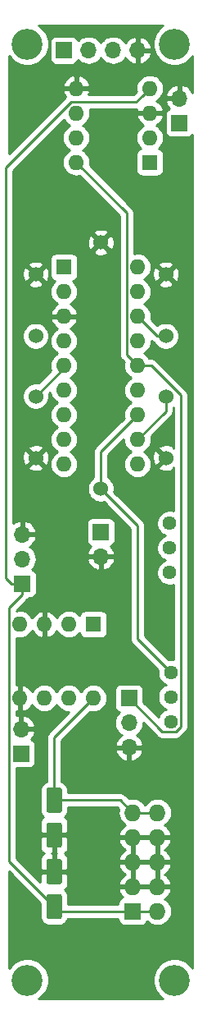
<source format=gbr>
G04 #@! TF.GenerationSoftware,KiCad,Pcbnew,(5.1.2-1)-1*
G04 #@! TF.CreationDate,2019-08-21T11:01:54-07:00*
G04 #@! TF.ProjectId,AS3320_VCF,41533333-3230-45f5-9643-462e6b696361,rev?*
G04 #@! TF.SameCoordinates,Original*
G04 #@! TF.FileFunction,Copper,L2,Bot*
G04 #@! TF.FilePolarity,Positive*
%FSLAX46Y46*%
G04 Gerber Fmt 4.6, Leading zero omitted, Abs format (unit mm)*
G04 Created by KiCad (PCBNEW (5.1.2-1)-1) date 2019-08-21 11:01:54*
%MOMM*%
%LPD*%
G04 APERTURE LIST*
%ADD10O,1.700000X1.700000*%
%ADD11R,1.700000X1.700000*%
%ADD12O,1.600000X1.600000*%
%ADD13R,1.600000X1.600000*%
%ADD14C,1.440000*%
%ADD15C,1.524000*%
%ADD16C,0.100000*%
%ADD17C,1.600000*%
%ADD18O,1.727200X1.727200*%
%ADD19R,1.727200X1.727200*%
%ADD20C,3.200000*%
%ADD21C,0.250000*%
%ADD22C,0.254000*%
G04 APERTURE END LIST*
D10*
X63500000Y-80772000D03*
D11*
X63500000Y-78232000D03*
D10*
X55245000Y-98552000D03*
D11*
X55245000Y-101092000D03*
D10*
X71628000Y-33528000D03*
D11*
X71628000Y-36068000D03*
D10*
X55372000Y-78486000D03*
X55372000Y-81026000D03*
D11*
X55372000Y-83566000D03*
D10*
X66421000Y-100457000D03*
X66421000Y-97917000D03*
D11*
X66421000Y-95377000D03*
D12*
X60960000Y-40132000D03*
X68580000Y-32512000D03*
X60960000Y-37592000D03*
X68580000Y-35052000D03*
X60960000Y-35052000D03*
X68580000Y-37592000D03*
X60960000Y-32512000D03*
D13*
X68580000Y-40132000D03*
D12*
X62738000Y-95377000D03*
X55118000Y-87757000D03*
X60198000Y-95377000D03*
X57658000Y-87757000D03*
X57658000Y-95377000D03*
X60198000Y-87757000D03*
X55118000Y-95377000D03*
D13*
X62738000Y-87757000D03*
D12*
X67310000Y-50927000D03*
X59690000Y-71247000D03*
X67310000Y-53467000D03*
X59690000Y-68707000D03*
X67310000Y-56007000D03*
X59690000Y-66167000D03*
X67310000Y-58547000D03*
X59690000Y-63627000D03*
X67310000Y-61087000D03*
X59690000Y-61087000D03*
X67310000Y-63627000D03*
X59690000Y-58547000D03*
X67310000Y-66167000D03*
X59690000Y-56007000D03*
X67310000Y-68707000D03*
X59690000Y-53467000D03*
X67310000Y-71247000D03*
D13*
X59690000Y-50927000D03*
D14*
X70739000Y-97790000D03*
X70739000Y-95250000D03*
X70739000Y-92710000D03*
X70612000Y-82423000D03*
X70612000Y-79883000D03*
X70612000Y-77343000D03*
D10*
X67310000Y-28575000D03*
X64770000Y-28575000D03*
X62230000Y-28575000D03*
D11*
X59690000Y-28575000D03*
D15*
X56769000Y-70612000D03*
X56769000Y-64262000D03*
X56769000Y-51689000D03*
X56769000Y-58039000D03*
X70231000Y-51689000D03*
X70231000Y-58039000D03*
X70231000Y-70612000D03*
X70231000Y-64262000D03*
D16*
G36*
X59248504Y-108197204D02*
G01*
X59272773Y-108200804D01*
X59296571Y-108206765D01*
X59319671Y-108215030D01*
X59341849Y-108225520D01*
X59362893Y-108238133D01*
X59382598Y-108252747D01*
X59400777Y-108269223D01*
X59417253Y-108287402D01*
X59431867Y-108307107D01*
X59444480Y-108328151D01*
X59454970Y-108350329D01*
X59463235Y-108373429D01*
X59469196Y-108397227D01*
X59472796Y-108421496D01*
X59474000Y-108446000D01*
X59474000Y-110546000D01*
X59472796Y-110570504D01*
X59469196Y-110594773D01*
X59463235Y-110618571D01*
X59454970Y-110641671D01*
X59444480Y-110663849D01*
X59431867Y-110684893D01*
X59417253Y-110704598D01*
X59400777Y-110722777D01*
X59382598Y-110739253D01*
X59362893Y-110753867D01*
X59341849Y-110766480D01*
X59319671Y-110776970D01*
X59296571Y-110785235D01*
X59272773Y-110791196D01*
X59248504Y-110794796D01*
X59224000Y-110796000D01*
X58124000Y-110796000D01*
X58099496Y-110794796D01*
X58075227Y-110791196D01*
X58051429Y-110785235D01*
X58028329Y-110776970D01*
X58006151Y-110766480D01*
X57985107Y-110753867D01*
X57965402Y-110739253D01*
X57947223Y-110722777D01*
X57930747Y-110704598D01*
X57916133Y-110684893D01*
X57903520Y-110663849D01*
X57893030Y-110641671D01*
X57884765Y-110618571D01*
X57878804Y-110594773D01*
X57875204Y-110570504D01*
X57874000Y-110546000D01*
X57874000Y-108446000D01*
X57875204Y-108421496D01*
X57878804Y-108397227D01*
X57884765Y-108373429D01*
X57893030Y-108350329D01*
X57903520Y-108328151D01*
X57916133Y-108307107D01*
X57930747Y-108287402D01*
X57947223Y-108269223D01*
X57965402Y-108252747D01*
X57985107Y-108238133D01*
X58006151Y-108225520D01*
X58028329Y-108215030D01*
X58051429Y-108206765D01*
X58075227Y-108200804D01*
X58099496Y-108197204D01*
X58124000Y-108196000D01*
X59224000Y-108196000D01*
X59248504Y-108197204D01*
X59248504Y-108197204D01*
G37*
D17*
X58674000Y-109496000D03*
D16*
G36*
X59248504Y-104597204D02*
G01*
X59272773Y-104600804D01*
X59296571Y-104606765D01*
X59319671Y-104615030D01*
X59341849Y-104625520D01*
X59362893Y-104638133D01*
X59382598Y-104652747D01*
X59400777Y-104669223D01*
X59417253Y-104687402D01*
X59431867Y-104707107D01*
X59444480Y-104728151D01*
X59454970Y-104750329D01*
X59463235Y-104773429D01*
X59469196Y-104797227D01*
X59472796Y-104821496D01*
X59474000Y-104846000D01*
X59474000Y-106946000D01*
X59472796Y-106970504D01*
X59469196Y-106994773D01*
X59463235Y-107018571D01*
X59454970Y-107041671D01*
X59444480Y-107063849D01*
X59431867Y-107084893D01*
X59417253Y-107104598D01*
X59400777Y-107122777D01*
X59382598Y-107139253D01*
X59362893Y-107153867D01*
X59341849Y-107166480D01*
X59319671Y-107176970D01*
X59296571Y-107185235D01*
X59272773Y-107191196D01*
X59248504Y-107194796D01*
X59224000Y-107196000D01*
X58124000Y-107196000D01*
X58099496Y-107194796D01*
X58075227Y-107191196D01*
X58051429Y-107185235D01*
X58028329Y-107176970D01*
X58006151Y-107166480D01*
X57985107Y-107153867D01*
X57965402Y-107139253D01*
X57947223Y-107122777D01*
X57930747Y-107104598D01*
X57916133Y-107084893D01*
X57903520Y-107063849D01*
X57893030Y-107041671D01*
X57884765Y-107018571D01*
X57878804Y-106994773D01*
X57875204Y-106970504D01*
X57874000Y-106946000D01*
X57874000Y-104846000D01*
X57875204Y-104821496D01*
X57878804Y-104797227D01*
X57884765Y-104773429D01*
X57893030Y-104750329D01*
X57903520Y-104728151D01*
X57916133Y-104707107D01*
X57930747Y-104687402D01*
X57947223Y-104669223D01*
X57965402Y-104652747D01*
X57985107Y-104638133D01*
X58006151Y-104625520D01*
X58028329Y-104615030D01*
X58051429Y-104606765D01*
X58075227Y-104600804D01*
X58099496Y-104597204D01*
X58124000Y-104596000D01*
X59224000Y-104596000D01*
X59248504Y-104597204D01*
X59248504Y-104597204D01*
G37*
D17*
X58674000Y-105896000D03*
D16*
G36*
X59248504Y-115563204D02*
G01*
X59272773Y-115566804D01*
X59296571Y-115572765D01*
X59319671Y-115581030D01*
X59341849Y-115591520D01*
X59362893Y-115604133D01*
X59382598Y-115618747D01*
X59400777Y-115635223D01*
X59417253Y-115653402D01*
X59431867Y-115673107D01*
X59444480Y-115694151D01*
X59454970Y-115716329D01*
X59463235Y-115739429D01*
X59469196Y-115763227D01*
X59472796Y-115787496D01*
X59474000Y-115812000D01*
X59474000Y-117912000D01*
X59472796Y-117936504D01*
X59469196Y-117960773D01*
X59463235Y-117984571D01*
X59454970Y-118007671D01*
X59444480Y-118029849D01*
X59431867Y-118050893D01*
X59417253Y-118070598D01*
X59400777Y-118088777D01*
X59382598Y-118105253D01*
X59362893Y-118119867D01*
X59341849Y-118132480D01*
X59319671Y-118142970D01*
X59296571Y-118151235D01*
X59272773Y-118157196D01*
X59248504Y-118160796D01*
X59224000Y-118162000D01*
X58124000Y-118162000D01*
X58099496Y-118160796D01*
X58075227Y-118157196D01*
X58051429Y-118151235D01*
X58028329Y-118142970D01*
X58006151Y-118132480D01*
X57985107Y-118119867D01*
X57965402Y-118105253D01*
X57947223Y-118088777D01*
X57930747Y-118070598D01*
X57916133Y-118050893D01*
X57903520Y-118029849D01*
X57893030Y-118007671D01*
X57884765Y-117984571D01*
X57878804Y-117960773D01*
X57875204Y-117936504D01*
X57874000Y-117912000D01*
X57874000Y-115812000D01*
X57875204Y-115787496D01*
X57878804Y-115763227D01*
X57884765Y-115739429D01*
X57893030Y-115716329D01*
X57903520Y-115694151D01*
X57916133Y-115673107D01*
X57930747Y-115653402D01*
X57947223Y-115635223D01*
X57965402Y-115618747D01*
X57985107Y-115604133D01*
X58006151Y-115591520D01*
X58028329Y-115581030D01*
X58051429Y-115572765D01*
X58075227Y-115566804D01*
X58099496Y-115563204D01*
X58124000Y-115562000D01*
X59224000Y-115562000D01*
X59248504Y-115563204D01*
X59248504Y-115563204D01*
G37*
D17*
X58674000Y-116862000D03*
D16*
G36*
X59248504Y-111963204D02*
G01*
X59272773Y-111966804D01*
X59296571Y-111972765D01*
X59319671Y-111981030D01*
X59341849Y-111991520D01*
X59362893Y-112004133D01*
X59382598Y-112018747D01*
X59400777Y-112035223D01*
X59417253Y-112053402D01*
X59431867Y-112073107D01*
X59444480Y-112094151D01*
X59454970Y-112116329D01*
X59463235Y-112139429D01*
X59469196Y-112163227D01*
X59472796Y-112187496D01*
X59474000Y-112212000D01*
X59474000Y-114312000D01*
X59472796Y-114336504D01*
X59469196Y-114360773D01*
X59463235Y-114384571D01*
X59454970Y-114407671D01*
X59444480Y-114429849D01*
X59431867Y-114450893D01*
X59417253Y-114470598D01*
X59400777Y-114488777D01*
X59382598Y-114505253D01*
X59362893Y-114519867D01*
X59341849Y-114532480D01*
X59319671Y-114542970D01*
X59296571Y-114551235D01*
X59272773Y-114557196D01*
X59248504Y-114560796D01*
X59224000Y-114562000D01*
X58124000Y-114562000D01*
X58099496Y-114560796D01*
X58075227Y-114557196D01*
X58051429Y-114551235D01*
X58028329Y-114542970D01*
X58006151Y-114532480D01*
X57985107Y-114519867D01*
X57965402Y-114505253D01*
X57947223Y-114488777D01*
X57930747Y-114470598D01*
X57916133Y-114450893D01*
X57903520Y-114429849D01*
X57893030Y-114407671D01*
X57884765Y-114384571D01*
X57878804Y-114360773D01*
X57875204Y-114336504D01*
X57874000Y-114312000D01*
X57874000Y-112212000D01*
X57875204Y-112187496D01*
X57878804Y-112163227D01*
X57884765Y-112139429D01*
X57893030Y-112116329D01*
X57903520Y-112094151D01*
X57916133Y-112073107D01*
X57930747Y-112053402D01*
X57947223Y-112035223D01*
X57965402Y-112018747D01*
X57985107Y-112004133D01*
X58006151Y-111991520D01*
X58028329Y-111981030D01*
X58051429Y-111972765D01*
X58075227Y-111966804D01*
X58099496Y-111963204D01*
X58124000Y-111962000D01*
X59224000Y-111962000D01*
X59248504Y-111963204D01*
X59248504Y-111963204D01*
G37*
D17*
X58674000Y-113262000D03*
D18*
X69342000Y-107188000D03*
X66802000Y-107188000D03*
X69342000Y-109728000D03*
X66802000Y-109728000D03*
X69342000Y-112268000D03*
X66802000Y-112268000D03*
X69342000Y-114808000D03*
X66802000Y-114808000D03*
X69342000Y-117348000D03*
D19*
X66802000Y-117348000D03*
D15*
X63500000Y-48387000D03*
X63500000Y-73787000D03*
D20*
X55880000Y-27940000D03*
X71120000Y-27940000D03*
X55880000Y-124460000D03*
X71120000Y-124460000D03*
D21*
X59690000Y-61341000D02*
X59690000Y-61087000D01*
X56769000Y-64262000D02*
X59690000Y-61341000D01*
X69342000Y-58039000D02*
X70231000Y-58039000D01*
X67310000Y-56007000D02*
X69342000Y-58039000D01*
X70231000Y-65786000D02*
X70231000Y-64262000D01*
X67310000Y-68707000D02*
X70231000Y-65786000D01*
X66510001Y-60287001D02*
X67310000Y-61087000D01*
X66184999Y-59961999D02*
X66510001Y-60287001D01*
X66184999Y-45356999D02*
X66184999Y-59961999D01*
X60960000Y-40132000D02*
X66184999Y-45356999D01*
X69879001Y-98835001D02*
X66421000Y-95377000D01*
X71240601Y-98835001D02*
X69879001Y-98835001D01*
X71784001Y-98291601D02*
X71240601Y-98835001D01*
X71784001Y-64164001D02*
X71784001Y-98291601D01*
X68707000Y-61087000D02*
X71784001Y-64164001D01*
X67310000Y-61087000D02*
X68707000Y-61087000D01*
X58674000Y-99441000D02*
X62738000Y-95377000D01*
X58674000Y-105896000D02*
X58674000Y-99441000D01*
X58674000Y-105896000D02*
X65510000Y-105896000D01*
X65510000Y-105896000D02*
X66802000Y-107188000D01*
X66802000Y-107188000D02*
X69342000Y-107188000D01*
X67780001Y-33311999D02*
X68580000Y-32512000D01*
X67165001Y-33926999D02*
X67780001Y-33311999D01*
X60419999Y-33926999D02*
X67165001Y-33926999D01*
X53690010Y-40656988D02*
X60419999Y-33926999D01*
X53690010Y-82984010D02*
X53690010Y-40656988D01*
X54272000Y-83566000D02*
X53690010Y-82984010D01*
X55372000Y-83566000D02*
X54272000Y-83566000D01*
X57803290Y-115991290D02*
X58674000Y-116862000D01*
X53992999Y-112180999D02*
X57803290Y-115991290D01*
X53992999Y-86045001D02*
X53992999Y-112180999D01*
X55372000Y-84666000D02*
X53992999Y-86045001D01*
X55372000Y-83566000D02*
X55372000Y-84666000D01*
X69342000Y-117348000D02*
X66802000Y-117348000D01*
X66802000Y-117348000D02*
X59182000Y-117348000D01*
X59182000Y-117348000D02*
X58674000Y-116840000D01*
X63500000Y-69977000D02*
X63500000Y-73787000D01*
X67310000Y-66167000D02*
X63500000Y-69977000D01*
X70019001Y-91990001D02*
X70739000Y-92710000D01*
X67310000Y-89281000D02*
X70019001Y-91990001D01*
X67310000Y-77597000D02*
X67310000Y-89281000D01*
X63500000Y-73787000D02*
X67310000Y-77597000D01*
D22*
G36*
X69695271Y-26203962D02*
G01*
X69383962Y-26515271D01*
X69139369Y-26881331D01*
X68970890Y-27288075D01*
X68885000Y-27719872D01*
X68885000Y-28160128D01*
X68970890Y-28591925D01*
X69139369Y-28998669D01*
X69383962Y-29364729D01*
X69695271Y-29676038D01*
X70061331Y-29920631D01*
X70468075Y-30089110D01*
X70899872Y-30175000D01*
X71340128Y-30175000D01*
X71771925Y-30089110D01*
X72178669Y-29920631D01*
X72544729Y-29676038D01*
X72856038Y-29364729D01*
X73000001Y-29149273D01*
X73000001Y-32971783D01*
X72899641Y-32761080D01*
X72725588Y-32527731D01*
X72509355Y-32332822D01*
X72259252Y-32183843D01*
X71984891Y-32086519D01*
X71755000Y-32207186D01*
X71755000Y-33401000D01*
X71775000Y-33401000D01*
X71775000Y-33655000D01*
X71755000Y-33655000D01*
X71755000Y-33675000D01*
X71501000Y-33675000D01*
X71501000Y-33655000D01*
X70307845Y-33655000D01*
X70186524Y-33884890D01*
X70231175Y-34032099D01*
X70356359Y-34294920D01*
X70530412Y-34528269D01*
X70614466Y-34604034D01*
X70533820Y-34628498D01*
X70423506Y-34687463D01*
X70326815Y-34766815D01*
X70247463Y-34863506D01*
X70188498Y-34973820D01*
X70152188Y-35093518D01*
X70139928Y-35218000D01*
X70139928Y-36918000D01*
X70152188Y-37042482D01*
X70188498Y-37162180D01*
X70247463Y-37272494D01*
X70326815Y-37369185D01*
X70423506Y-37448537D01*
X70533820Y-37507502D01*
X70653518Y-37543812D01*
X70778000Y-37556072D01*
X72478000Y-37556072D01*
X72602482Y-37543812D01*
X72722180Y-37507502D01*
X72832494Y-37448537D01*
X72929185Y-37369185D01*
X73000001Y-37282895D01*
X73000000Y-123250726D01*
X72856038Y-123035271D01*
X72544729Y-122723962D01*
X72178669Y-122479369D01*
X71771925Y-122310890D01*
X71340128Y-122225000D01*
X70899872Y-122225000D01*
X70468075Y-122310890D01*
X70061331Y-122479369D01*
X69695271Y-122723962D01*
X69383962Y-123035271D01*
X69139369Y-123401331D01*
X68970890Y-123808075D01*
X68885000Y-124239872D01*
X68885000Y-124680128D01*
X68970890Y-125111925D01*
X69139369Y-125518669D01*
X69383962Y-125884729D01*
X69695271Y-126196038D01*
X69910726Y-126340000D01*
X57089274Y-126340000D01*
X57304729Y-126196038D01*
X57616038Y-125884729D01*
X57860631Y-125518669D01*
X58029110Y-125111925D01*
X58115000Y-124680128D01*
X58115000Y-124239872D01*
X58029110Y-123808075D01*
X57860631Y-123401331D01*
X57616038Y-123035271D01*
X57304729Y-122723962D01*
X56938669Y-122479369D01*
X56531925Y-122310890D01*
X56100128Y-122225000D01*
X55659872Y-122225000D01*
X55228075Y-122310890D01*
X54821331Y-122479369D01*
X54455271Y-122723962D01*
X54143962Y-123035271D01*
X54000000Y-123250726D01*
X54000000Y-113262801D01*
X57235928Y-116498730D01*
X57235928Y-117912000D01*
X57252992Y-118085254D01*
X57303528Y-118251850D01*
X57385595Y-118405386D01*
X57496038Y-118539962D01*
X57630614Y-118650405D01*
X57784150Y-118732472D01*
X57950746Y-118783008D01*
X58124000Y-118800072D01*
X59224000Y-118800072D01*
X59397254Y-118783008D01*
X59563850Y-118732472D01*
X59717386Y-118650405D01*
X59851962Y-118539962D01*
X59962405Y-118405386D01*
X60044472Y-118251850D01*
X60088108Y-118108000D01*
X65300328Y-118108000D01*
X65300328Y-118211600D01*
X65312588Y-118336082D01*
X65348898Y-118455780D01*
X65407863Y-118566094D01*
X65487215Y-118662785D01*
X65583906Y-118742137D01*
X65694220Y-118801102D01*
X65813918Y-118837412D01*
X65938400Y-118849672D01*
X67665600Y-118849672D01*
X67790082Y-118837412D01*
X67909780Y-118801102D01*
X68020094Y-118742137D01*
X68116785Y-118662785D01*
X68196137Y-118566094D01*
X68255102Y-118455780D01*
X68270586Y-118404735D01*
X68277203Y-118412797D01*
X68505394Y-118600069D01*
X68765736Y-118739225D01*
X69048223Y-118824916D01*
X69268381Y-118846600D01*
X69415619Y-118846600D01*
X69635777Y-118824916D01*
X69918264Y-118739225D01*
X70178606Y-118600069D01*
X70406797Y-118412797D01*
X70594069Y-118184606D01*
X70733225Y-117924264D01*
X70818916Y-117641777D01*
X70847851Y-117348000D01*
X70818916Y-117054223D01*
X70733225Y-116771736D01*
X70594069Y-116511394D01*
X70406797Y-116283203D01*
X70178606Y-116095931D01*
X70134090Y-116072137D01*
X70230488Y-116014817D01*
X70448854Y-115818293D01*
X70624684Y-115582944D01*
X70751222Y-115317814D01*
X70796958Y-115167026D01*
X70675817Y-114935000D01*
X69469000Y-114935000D01*
X69469000Y-114955000D01*
X69215000Y-114955000D01*
X69215000Y-114935000D01*
X66929000Y-114935000D01*
X66929000Y-114955000D01*
X66675000Y-114955000D01*
X66675000Y-114935000D01*
X65468183Y-114935000D01*
X65347042Y-115167026D01*
X65392778Y-115317814D01*
X65519316Y-115582944D01*
X65695146Y-115818293D01*
X65758574Y-115875376D01*
X65694220Y-115894898D01*
X65583906Y-115953863D01*
X65487215Y-116033215D01*
X65407863Y-116129906D01*
X65348898Y-116240220D01*
X65312588Y-116359918D01*
X65300328Y-116484400D01*
X65300328Y-116588000D01*
X60112072Y-116588000D01*
X60112072Y-115812000D01*
X60095008Y-115638746D01*
X60044472Y-115472150D01*
X59962405Y-115318614D01*
X59851962Y-115184038D01*
X59775187Y-115121031D01*
X59828494Y-115092537D01*
X59925185Y-115013185D01*
X60004537Y-114916494D01*
X60063502Y-114806180D01*
X60099812Y-114686482D01*
X60112072Y-114562000D01*
X60109000Y-113547750D01*
X59950250Y-113389000D01*
X58801000Y-113389000D01*
X58801000Y-113409000D01*
X58547000Y-113409000D01*
X58547000Y-113389000D01*
X57397750Y-113389000D01*
X57239000Y-113547750D01*
X57236571Y-114349769D01*
X54752999Y-111866198D01*
X54752999Y-110796000D01*
X57235928Y-110796000D01*
X57248188Y-110920482D01*
X57284498Y-111040180D01*
X57343463Y-111150494D01*
X57422815Y-111247185D01*
X57519506Y-111326537D01*
X57617656Y-111379000D01*
X57519506Y-111431463D01*
X57422815Y-111510815D01*
X57343463Y-111607506D01*
X57284498Y-111717820D01*
X57248188Y-111837518D01*
X57235928Y-111962000D01*
X57239000Y-112976250D01*
X57397750Y-113135000D01*
X58547000Y-113135000D01*
X58547000Y-111485750D01*
X58440250Y-111379000D01*
X58547000Y-111272250D01*
X58547000Y-109623000D01*
X58801000Y-109623000D01*
X58801000Y-111272250D01*
X58907750Y-111379000D01*
X58801000Y-111485750D01*
X58801000Y-113135000D01*
X59950250Y-113135000D01*
X60109000Y-112976250D01*
X60110057Y-112627026D01*
X65347042Y-112627026D01*
X65392778Y-112777814D01*
X65519316Y-113042944D01*
X65695146Y-113278293D01*
X65913512Y-113474817D01*
X66019770Y-113538000D01*
X65913512Y-113601183D01*
X65695146Y-113797707D01*
X65519316Y-114033056D01*
X65392778Y-114298186D01*
X65347042Y-114448974D01*
X65468183Y-114681000D01*
X66675000Y-114681000D01*
X66675000Y-112395000D01*
X66929000Y-112395000D01*
X66929000Y-114681000D01*
X69215000Y-114681000D01*
X69215000Y-112395000D01*
X69469000Y-112395000D01*
X69469000Y-114681000D01*
X70675817Y-114681000D01*
X70796958Y-114448974D01*
X70751222Y-114298186D01*
X70624684Y-114033056D01*
X70448854Y-113797707D01*
X70230488Y-113601183D01*
X70124230Y-113538000D01*
X70230488Y-113474817D01*
X70448854Y-113278293D01*
X70624684Y-113042944D01*
X70751222Y-112777814D01*
X70796958Y-112627026D01*
X70675817Y-112395000D01*
X69469000Y-112395000D01*
X69215000Y-112395000D01*
X66929000Y-112395000D01*
X66675000Y-112395000D01*
X65468183Y-112395000D01*
X65347042Y-112627026D01*
X60110057Y-112627026D01*
X60112072Y-111962000D01*
X60099812Y-111837518D01*
X60063502Y-111717820D01*
X60004537Y-111607506D01*
X59925185Y-111510815D01*
X59828494Y-111431463D01*
X59730344Y-111379000D01*
X59828494Y-111326537D01*
X59925185Y-111247185D01*
X60004537Y-111150494D01*
X60063502Y-111040180D01*
X60099812Y-110920482D01*
X60112072Y-110796000D01*
X60109925Y-110087026D01*
X65347042Y-110087026D01*
X65392778Y-110237814D01*
X65519316Y-110502944D01*
X65695146Y-110738293D01*
X65913512Y-110934817D01*
X66019770Y-110998000D01*
X65913512Y-111061183D01*
X65695146Y-111257707D01*
X65519316Y-111493056D01*
X65392778Y-111758186D01*
X65347042Y-111908974D01*
X65468183Y-112141000D01*
X66675000Y-112141000D01*
X66675000Y-109855000D01*
X66929000Y-109855000D01*
X66929000Y-112141000D01*
X69215000Y-112141000D01*
X69215000Y-109855000D01*
X69469000Y-109855000D01*
X69469000Y-112141000D01*
X70675817Y-112141000D01*
X70796958Y-111908974D01*
X70751222Y-111758186D01*
X70624684Y-111493056D01*
X70448854Y-111257707D01*
X70230488Y-111061183D01*
X70124230Y-110998000D01*
X70230488Y-110934817D01*
X70448854Y-110738293D01*
X70624684Y-110502944D01*
X70751222Y-110237814D01*
X70796958Y-110087026D01*
X70675817Y-109855000D01*
X69469000Y-109855000D01*
X69215000Y-109855000D01*
X66929000Y-109855000D01*
X66675000Y-109855000D01*
X65468183Y-109855000D01*
X65347042Y-110087026D01*
X60109925Y-110087026D01*
X60109000Y-109781750D01*
X59950250Y-109623000D01*
X58801000Y-109623000D01*
X58547000Y-109623000D01*
X57397750Y-109623000D01*
X57239000Y-109781750D01*
X57235928Y-110796000D01*
X54752999Y-110796000D01*
X54752999Y-102580072D01*
X56095000Y-102580072D01*
X56219482Y-102567812D01*
X56339180Y-102531502D01*
X56449494Y-102472537D01*
X56546185Y-102393185D01*
X56625537Y-102296494D01*
X56684502Y-102186180D01*
X56720812Y-102066482D01*
X56733072Y-101942000D01*
X56733072Y-100242000D01*
X56720812Y-100117518D01*
X56684502Y-99997820D01*
X56625537Y-99887506D01*
X56546185Y-99790815D01*
X56449494Y-99711463D01*
X56339180Y-99652498D01*
X56258534Y-99628034D01*
X56342588Y-99552269D01*
X56516641Y-99318920D01*
X56641825Y-99056099D01*
X56686476Y-98908890D01*
X56565155Y-98679000D01*
X55372000Y-98679000D01*
X55372000Y-98699000D01*
X55118000Y-98699000D01*
X55118000Y-98679000D01*
X55098000Y-98679000D01*
X55098000Y-98425000D01*
X55118000Y-98425000D01*
X55118000Y-97231186D01*
X55372000Y-97231186D01*
X55372000Y-98425000D01*
X56565155Y-98425000D01*
X56686476Y-98195110D01*
X56641825Y-98047901D01*
X56516641Y-97785080D01*
X56342588Y-97551731D01*
X56126355Y-97356822D01*
X55876252Y-97207843D01*
X55601891Y-97110519D01*
X55372000Y-97231186D01*
X55118000Y-97231186D01*
X54888109Y-97110519D01*
X54752999Y-97158447D01*
X54752999Y-96764063D01*
X54768961Y-96768904D01*
X54991000Y-96646915D01*
X54991000Y-95504000D01*
X54971000Y-95504000D01*
X54971000Y-95250000D01*
X54991000Y-95250000D01*
X54991000Y-94107085D01*
X55245000Y-94107085D01*
X55245000Y-95250000D01*
X55265000Y-95250000D01*
X55265000Y-95504000D01*
X55245000Y-95504000D01*
X55245000Y-96646915D01*
X55467039Y-96768904D01*
X55601087Y-96728246D01*
X55855420Y-96608037D01*
X56081414Y-96440519D01*
X56270385Y-96232131D01*
X56385421Y-96040318D01*
X56459068Y-96178101D01*
X56638392Y-96396608D01*
X56856899Y-96575932D01*
X57106192Y-96709182D01*
X57376691Y-96791236D01*
X57587508Y-96812000D01*
X57728492Y-96812000D01*
X57939309Y-96791236D01*
X58209808Y-96709182D01*
X58459101Y-96575932D01*
X58677608Y-96396608D01*
X58856932Y-96178101D01*
X58928000Y-96045142D01*
X58999068Y-96178101D01*
X59178392Y-96396608D01*
X59396899Y-96575932D01*
X59646192Y-96709182D01*
X59916691Y-96791236D01*
X60127508Y-96812000D01*
X60228198Y-96812000D01*
X58162998Y-98877201D01*
X58134000Y-98900999D01*
X58110202Y-98929997D01*
X58110201Y-98929998D01*
X58039026Y-99016724D01*
X57968454Y-99148754D01*
X57965739Y-99157706D01*
X57924998Y-99292014D01*
X57914480Y-99398800D01*
X57910324Y-99441000D01*
X57914001Y-99478332D01*
X57914000Y-103986139D01*
X57784150Y-104025528D01*
X57630614Y-104107595D01*
X57496038Y-104218038D01*
X57385595Y-104352614D01*
X57303528Y-104506150D01*
X57252992Y-104672746D01*
X57235928Y-104846000D01*
X57235928Y-106946000D01*
X57252992Y-107119254D01*
X57303528Y-107285850D01*
X57385595Y-107439386D01*
X57496038Y-107573962D01*
X57572813Y-107636969D01*
X57519506Y-107665463D01*
X57422815Y-107744815D01*
X57343463Y-107841506D01*
X57284498Y-107951820D01*
X57248188Y-108071518D01*
X57235928Y-108196000D01*
X57239000Y-109210250D01*
X57397750Y-109369000D01*
X58547000Y-109369000D01*
X58547000Y-109349000D01*
X58801000Y-109349000D01*
X58801000Y-109369000D01*
X59950250Y-109369000D01*
X60109000Y-109210250D01*
X60112072Y-108196000D01*
X60099812Y-108071518D01*
X60063502Y-107951820D01*
X60004537Y-107841506D01*
X59925185Y-107744815D01*
X59828494Y-107665463D01*
X59775187Y-107636969D01*
X59851962Y-107573962D01*
X59962405Y-107439386D01*
X60044472Y-107285850D01*
X60095008Y-107119254D01*
X60112072Y-106946000D01*
X60112072Y-106656000D01*
X65195199Y-106656000D01*
X65350299Y-106811100D01*
X65325084Y-106894223D01*
X65296149Y-107188000D01*
X65325084Y-107481777D01*
X65410775Y-107764264D01*
X65549931Y-108024606D01*
X65737203Y-108252797D01*
X65965394Y-108440069D01*
X66009910Y-108463863D01*
X65913512Y-108521183D01*
X65695146Y-108717707D01*
X65519316Y-108953056D01*
X65392778Y-109218186D01*
X65347042Y-109368974D01*
X65468183Y-109601000D01*
X66675000Y-109601000D01*
X66675000Y-109581000D01*
X66929000Y-109581000D01*
X66929000Y-109601000D01*
X69215000Y-109601000D01*
X69215000Y-109581000D01*
X69469000Y-109581000D01*
X69469000Y-109601000D01*
X70675817Y-109601000D01*
X70796958Y-109368974D01*
X70751222Y-109218186D01*
X70624684Y-108953056D01*
X70448854Y-108717707D01*
X70230488Y-108521183D01*
X70134090Y-108463863D01*
X70178606Y-108440069D01*
X70406797Y-108252797D01*
X70594069Y-108024606D01*
X70733225Y-107764264D01*
X70818916Y-107481777D01*
X70847851Y-107188000D01*
X70818916Y-106894223D01*
X70733225Y-106611736D01*
X70594069Y-106351394D01*
X70406797Y-106123203D01*
X70178606Y-105935931D01*
X69918264Y-105796775D01*
X69635777Y-105711084D01*
X69415619Y-105689400D01*
X69268381Y-105689400D01*
X69048223Y-105711084D01*
X68765736Y-105796775D01*
X68505394Y-105935931D01*
X68277203Y-106123203D01*
X68089931Y-106351394D01*
X68072000Y-106384940D01*
X68054069Y-106351394D01*
X67866797Y-106123203D01*
X67638606Y-105935931D01*
X67378264Y-105796775D01*
X67095777Y-105711084D01*
X66875619Y-105689400D01*
X66728381Y-105689400D01*
X66508223Y-105711084D01*
X66425100Y-105736299D01*
X66073804Y-105385003D01*
X66050001Y-105355999D01*
X65934276Y-105261026D01*
X65802247Y-105190454D01*
X65658986Y-105146997D01*
X65547333Y-105136000D01*
X65547322Y-105136000D01*
X65510000Y-105132324D01*
X65472678Y-105136000D01*
X60112072Y-105136000D01*
X60112072Y-104846000D01*
X60095008Y-104672746D01*
X60044472Y-104506150D01*
X59962405Y-104352614D01*
X59851962Y-104218038D01*
X59717386Y-104107595D01*
X59563850Y-104025528D01*
X59434000Y-103986139D01*
X59434000Y-100813890D01*
X64979524Y-100813890D01*
X65024175Y-100961099D01*
X65149359Y-101223920D01*
X65323412Y-101457269D01*
X65539645Y-101652178D01*
X65789748Y-101801157D01*
X66064109Y-101898481D01*
X66294000Y-101777814D01*
X66294000Y-100584000D01*
X66548000Y-100584000D01*
X66548000Y-101777814D01*
X66777891Y-101898481D01*
X67052252Y-101801157D01*
X67302355Y-101652178D01*
X67518588Y-101457269D01*
X67692641Y-101223920D01*
X67817825Y-100961099D01*
X67862476Y-100813890D01*
X67741155Y-100584000D01*
X66548000Y-100584000D01*
X66294000Y-100584000D01*
X65100845Y-100584000D01*
X64979524Y-100813890D01*
X59434000Y-100813890D01*
X59434000Y-99755801D01*
X62412094Y-96777708D01*
X62456691Y-96791236D01*
X62667508Y-96812000D01*
X62808492Y-96812000D01*
X63019309Y-96791236D01*
X63289808Y-96709182D01*
X63539101Y-96575932D01*
X63757608Y-96396608D01*
X63936932Y-96178101D01*
X64070182Y-95928808D01*
X64152236Y-95658309D01*
X64179943Y-95377000D01*
X64152236Y-95095691D01*
X64070182Y-94825192D01*
X63936932Y-94575899D01*
X63757608Y-94357392D01*
X63539101Y-94178068D01*
X63289808Y-94044818D01*
X63019309Y-93962764D01*
X62808492Y-93942000D01*
X62667508Y-93942000D01*
X62456691Y-93962764D01*
X62186192Y-94044818D01*
X61936899Y-94178068D01*
X61718392Y-94357392D01*
X61539068Y-94575899D01*
X61468000Y-94708858D01*
X61396932Y-94575899D01*
X61217608Y-94357392D01*
X60999101Y-94178068D01*
X60749808Y-94044818D01*
X60479309Y-93962764D01*
X60268492Y-93942000D01*
X60127508Y-93942000D01*
X59916691Y-93962764D01*
X59646192Y-94044818D01*
X59396899Y-94178068D01*
X59178392Y-94357392D01*
X58999068Y-94575899D01*
X58928000Y-94708858D01*
X58856932Y-94575899D01*
X58677608Y-94357392D01*
X58459101Y-94178068D01*
X58209808Y-94044818D01*
X57939309Y-93962764D01*
X57728492Y-93942000D01*
X57587508Y-93942000D01*
X57376691Y-93962764D01*
X57106192Y-94044818D01*
X56856899Y-94178068D01*
X56638392Y-94357392D01*
X56459068Y-94575899D01*
X56385421Y-94713682D01*
X56270385Y-94521869D01*
X56081414Y-94313481D01*
X55855420Y-94145963D01*
X55601087Y-94025754D01*
X55467039Y-93985096D01*
X55245000Y-94107085D01*
X54991000Y-94107085D01*
X54768961Y-93985096D01*
X54752999Y-93989937D01*
X54752999Y-89145849D01*
X54836691Y-89171236D01*
X55047508Y-89192000D01*
X55188492Y-89192000D01*
X55399309Y-89171236D01*
X55669808Y-89089182D01*
X55919101Y-88955932D01*
X56137608Y-88776608D01*
X56316932Y-88558101D01*
X56390579Y-88420318D01*
X56505615Y-88612131D01*
X56694586Y-88820519D01*
X56920580Y-88988037D01*
X57174913Y-89108246D01*
X57308961Y-89148904D01*
X57531000Y-89026915D01*
X57531000Y-87884000D01*
X57511000Y-87884000D01*
X57511000Y-87630000D01*
X57531000Y-87630000D01*
X57531000Y-86487085D01*
X57785000Y-86487085D01*
X57785000Y-87630000D01*
X57805000Y-87630000D01*
X57805000Y-87884000D01*
X57785000Y-87884000D01*
X57785000Y-89026915D01*
X58007039Y-89148904D01*
X58141087Y-89108246D01*
X58395420Y-88988037D01*
X58621414Y-88820519D01*
X58810385Y-88612131D01*
X58925421Y-88420318D01*
X58999068Y-88558101D01*
X59178392Y-88776608D01*
X59396899Y-88955932D01*
X59646192Y-89089182D01*
X59916691Y-89171236D01*
X60127508Y-89192000D01*
X60268492Y-89192000D01*
X60479309Y-89171236D01*
X60749808Y-89089182D01*
X60999101Y-88955932D01*
X61217608Y-88776608D01*
X61310419Y-88663518D01*
X61312188Y-88681482D01*
X61348498Y-88801180D01*
X61407463Y-88911494D01*
X61486815Y-89008185D01*
X61583506Y-89087537D01*
X61693820Y-89146502D01*
X61813518Y-89182812D01*
X61938000Y-89195072D01*
X63538000Y-89195072D01*
X63662482Y-89182812D01*
X63782180Y-89146502D01*
X63892494Y-89087537D01*
X63989185Y-89008185D01*
X64068537Y-88911494D01*
X64127502Y-88801180D01*
X64163812Y-88681482D01*
X64176072Y-88557000D01*
X64176072Y-86957000D01*
X64163812Y-86832518D01*
X64127502Y-86712820D01*
X64068537Y-86602506D01*
X63989185Y-86505815D01*
X63892494Y-86426463D01*
X63782180Y-86367498D01*
X63662482Y-86331188D01*
X63538000Y-86318928D01*
X61938000Y-86318928D01*
X61813518Y-86331188D01*
X61693820Y-86367498D01*
X61583506Y-86426463D01*
X61486815Y-86505815D01*
X61407463Y-86602506D01*
X61348498Y-86712820D01*
X61312188Y-86832518D01*
X61310419Y-86850482D01*
X61217608Y-86737392D01*
X60999101Y-86558068D01*
X60749808Y-86424818D01*
X60479309Y-86342764D01*
X60268492Y-86322000D01*
X60127508Y-86322000D01*
X59916691Y-86342764D01*
X59646192Y-86424818D01*
X59396899Y-86558068D01*
X59178392Y-86737392D01*
X58999068Y-86955899D01*
X58925421Y-87093682D01*
X58810385Y-86901869D01*
X58621414Y-86693481D01*
X58395420Y-86525963D01*
X58141087Y-86405754D01*
X58007039Y-86365096D01*
X57785000Y-86487085D01*
X57531000Y-86487085D01*
X57308961Y-86365096D01*
X57174913Y-86405754D01*
X56920580Y-86525963D01*
X56694586Y-86693481D01*
X56505615Y-86901869D01*
X56390579Y-87093682D01*
X56316932Y-86955899D01*
X56137608Y-86737392D01*
X55919101Y-86558068D01*
X55669808Y-86424818D01*
X55399309Y-86342764D01*
X55188492Y-86322000D01*
X55047508Y-86322000D01*
X54836691Y-86342764D01*
X54752999Y-86368151D01*
X54752999Y-86359802D01*
X55883003Y-85229799D01*
X55912001Y-85206001D01*
X55938332Y-85173917D01*
X56006974Y-85090277D01*
X56026326Y-85054072D01*
X56222000Y-85054072D01*
X56346482Y-85041812D01*
X56466180Y-85005502D01*
X56576494Y-84946537D01*
X56673185Y-84867185D01*
X56752537Y-84770494D01*
X56811502Y-84660180D01*
X56847812Y-84540482D01*
X56860072Y-84416000D01*
X56860072Y-82716000D01*
X56847812Y-82591518D01*
X56811502Y-82471820D01*
X56752537Y-82361506D01*
X56673185Y-82264815D01*
X56576494Y-82185463D01*
X56466180Y-82126498D01*
X56397313Y-82105607D01*
X56427134Y-82081134D01*
X56612706Y-81855014D01*
X56750599Y-81597034D01*
X56835513Y-81317111D01*
X56854051Y-81128890D01*
X62058524Y-81128890D01*
X62103175Y-81276099D01*
X62228359Y-81538920D01*
X62402412Y-81772269D01*
X62618645Y-81967178D01*
X62868748Y-82116157D01*
X63143109Y-82213481D01*
X63373000Y-82092814D01*
X63373000Y-80899000D01*
X63627000Y-80899000D01*
X63627000Y-82092814D01*
X63856891Y-82213481D01*
X64131252Y-82116157D01*
X64381355Y-81967178D01*
X64597588Y-81772269D01*
X64771641Y-81538920D01*
X64896825Y-81276099D01*
X64941476Y-81128890D01*
X64820155Y-80899000D01*
X63627000Y-80899000D01*
X63373000Y-80899000D01*
X62179845Y-80899000D01*
X62058524Y-81128890D01*
X56854051Y-81128890D01*
X56864185Y-81026000D01*
X56835513Y-80734889D01*
X56750599Y-80454966D01*
X56612706Y-80196986D01*
X56427134Y-79970866D01*
X56201014Y-79785294D01*
X56136477Y-79750799D01*
X56253355Y-79681178D01*
X56469588Y-79486269D01*
X56643641Y-79252920D01*
X56768825Y-78990099D01*
X56813476Y-78842890D01*
X56692155Y-78613000D01*
X55499000Y-78613000D01*
X55499000Y-78633000D01*
X55245000Y-78633000D01*
X55245000Y-78613000D01*
X55225000Y-78613000D01*
X55225000Y-78359000D01*
X55245000Y-78359000D01*
X55245000Y-77165186D01*
X55499000Y-77165186D01*
X55499000Y-78359000D01*
X56692155Y-78359000D01*
X56813476Y-78129110D01*
X56768825Y-77981901D01*
X56643641Y-77719080D01*
X56469588Y-77485731D01*
X56354509Y-77382000D01*
X62011928Y-77382000D01*
X62011928Y-79082000D01*
X62024188Y-79206482D01*
X62060498Y-79326180D01*
X62119463Y-79436494D01*
X62198815Y-79533185D01*
X62295506Y-79612537D01*
X62405820Y-79671502D01*
X62486466Y-79695966D01*
X62402412Y-79771731D01*
X62228359Y-80005080D01*
X62103175Y-80267901D01*
X62058524Y-80415110D01*
X62179845Y-80645000D01*
X63373000Y-80645000D01*
X63373000Y-80625000D01*
X63627000Y-80625000D01*
X63627000Y-80645000D01*
X64820155Y-80645000D01*
X64941476Y-80415110D01*
X64896825Y-80267901D01*
X64771641Y-80005080D01*
X64597588Y-79771731D01*
X64513534Y-79695966D01*
X64594180Y-79671502D01*
X64704494Y-79612537D01*
X64801185Y-79533185D01*
X64880537Y-79436494D01*
X64939502Y-79326180D01*
X64975812Y-79206482D01*
X64988072Y-79082000D01*
X64988072Y-77382000D01*
X64975812Y-77257518D01*
X64939502Y-77137820D01*
X64880537Y-77027506D01*
X64801185Y-76930815D01*
X64704494Y-76851463D01*
X64594180Y-76792498D01*
X64474482Y-76756188D01*
X64350000Y-76743928D01*
X62650000Y-76743928D01*
X62525518Y-76756188D01*
X62405820Y-76792498D01*
X62295506Y-76851463D01*
X62198815Y-76930815D01*
X62119463Y-77027506D01*
X62060498Y-77137820D01*
X62024188Y-77257518D01*
X62011928Y-77382000D01*
X56354509Y-77382000D01*
X56253355Y-77290822D01*
X56003252Y-77141843D01*
X55728891Y-77044519D01*
X55499000Y-77165186D01*
X55245000Y-77165186D01*
X55015109Y-77044519D01*
X54740748Y-77141843D01*
X54490645Y-77290822D01*
X54450010Y-77327450D01*
X54450010Y-71577565D01*
X55983040Y-71577565D01*
X56050020Y-71817656D01*
X56299048Y-71934756D01*
X56566135Y-72001023D01*
X56841017Y-72013910D01*
X57113133Y-71972922D01*
X57372023Y-71879636D01*
X57487980Y-71817656D01*
X57554960Y-71577565D01*
X56769000Y-70791605D01*
X55983040Y-71577565D01*
X54450010Y-71577565D01*
X54450010Y-70684017D01*
X55367090Y-70684017D01*
X55408078Y-70956133D01*
X55501364Y-71215023D01*
X55563344Y-71330980D01*
X55803435Y-71397960D01*
X56589395Y-70612000D01*
X56948605Y-70612000D01*
X57734565Y-71397960D01*
X57974656Y-71330980D01*
X58091756Y-71081952D01*
X58158023Y-70814865D01*
X58170910Y-70539983D01*
X58129922Y-70267867D01*
X58036636Y-70008977D01*
X57974656Y-69893020D01*
X57734565Y-69826040D01*
X56948605Y-70612000D01*
X56589395Y-70612000D01*
X55803435Y-69826040D01*
X55563344Y-69893020D01*
X55446244Y-70142048D01*
X55379977Y-70409135D01*
X55367090Y-70684017D01*
X54450010Y-70684017D01*
X54450010Y-69646435D01*
X55983040Y-69646435D01*
X56769000Y-70432395D01*
X57554960Y-69646435D01*
X57487980Y-69406344D01*
X57238952Y-69289244D01*
X56971865Y-69222977D01*
X56696983Y-69210090D01*
X56424867Y-69251078D01*
X56165977Y-69344364D01*
X56050020Y-69406344D01*
X55983040Y-69646435D01*
X54450010Y-69646435D01*
X54450010Y-64124408D01*
X55372000Y-64124408D01*
X55372000Y-64399592D01*
X55425686Y-64669490D01*
X55530995Y-64923727D01*
X55683880Y-65152535D01*
X55878465Y-65347120D01*
X56107273Y-65500005D01*
X56361510Y-65605314D01*
X56631408Y-65659000D01*
X56906592Y-65659000D01*
X57176490Y-65605314D01*
X57430727Y-65500005D01*
X57659535Y-65347120D01*
X57854120Y-65152535D01*
X58007005Y-64923727D01*
X58112314Y-64669490D01*
X58166000Y-64399592D01*
X58166000Y-64124408D01*
X58135372Y-63970429D01*
X58268746Y-63837055D01*
X58275764Y-63908309D01*
X58357818Y-64178808D01*
X58491068Y-64428101D01*
X58670392Y-64646608D01*
X58888899Y-64825932D01*
X59021858Y-64897000D01*
X58888899Y-64968068D01*
X58670392Y-65147392D01*
X58491068Y-65365899D01*
X58357818Y-65615192D01*
X58275764Y-65885691D01*
X58248057Y-66167000D01*
X58275764Y-66448309D01*
X58357818Y-66718808D01*
X58491068Y-66968101D01*
X58670392Y-67186608D01*
X58888899Y-67365932D01*
X59021858Y-67437000D01*
X58888899Y-67508068D01*
X58670392Y-67687392D01*
X58491068Y-67905899D01*
X58357818Y-68155192D01*
X58275764Y-68425691D01*
X58248057Y-68707000D01*
X58275764Y-68988309D01*
X58357818Y-69258808D01*
X58491068Y-69508101D01*
X58670392Y-69726608D01*
X58888899Y-69905932D01*
X59021858Y-69977000D01*
X58888899Y-70048068D01*
X58670392Y-70227392D01*
X58491068Y-70445899D01*
X58357818Y-70695192D01*
X58275764Y-70965691D01*
X58248057Y-71247000D01*
X58275764Y-71528309D01*
X58357818Y-71798808D01*
X58491068Y-72048101D01*
X58670392Y-72266608D01*
X58888899Y-72445932D01*
X59138192Y-72579182D01*
X59408691Y-72661236D01*
X59619508Y-72682000D01*
X59760492Y-72682000D01*
X59971309Y-72661236D01*
X60241808Y-72579182D01*
X60491101Y-72445932D01*
X60709608Y-72266608D01*
X60888932Y-72048101D01*
X61022182Y-71798808D01*
X61104236Y-71528309D01*
X61131943Y-71247000D01*
X61104236Y-70965691D01*
X61022182Y-70695192D01*
X60888932Y-70445899D01*
X60709608Y-70227392D01*
X60491101Y-70048068D01*
X60358142Y-69977000D01*
X60491101Y-69905932D01*
X60709608Y-69726608D01*
X60888932Y-69508101D01*
X61022182Y-69258808D01*
X61104236Y-68988309D01*
X61131943Y-68707000D01*
X61104236Y-68425691D01*
X61022182Y-68155192D01*
X60888932Y-67905899D01*
X60709608Y-67687392D01*
X60491101Y-67508068D01*
X60358142Y-67437000D01*
X60491101Y-67365932D01*
X60709608Y-67186608D01*
X60888932Y-66968101D01*
X61022182Y-66718808D01*
X61104236Y-66448309D01*
X61131943Y-66167000D01*
X61104236Y-65885691D01*
X61022182Y-65615192D01*
X60888932Y-65365899D01*
X60709608Y-65147392D01*
X60491101Y-64968068D01*
X60358142Y-64897000D01*
X60491101Y-64825932D01*
X60709608Y-64646608D01*
X60888932Y-64428101D01*
X61022182Y-64178808D01*
X61104236Y-63908309D01*
X61131943Y-63627000D01*
X61104236Y-63345691D01*
X61022182Y-63075192D01*
X60888932Y-62825899D01*
X60709608Y-62607392D01*
X60491101Y-62428068D01*
X60358142Y-62357000D01*
X60491101Y-62285932D01*
X60709608Y-62106608D01*
X60888932Y-61888101D01*
X61022182Y-61638808D01*
X61104236Y-61368309D01*
X61131943Y-61087000D01*
X61104236Y-60805691D01*
X61022182Y-60535192D01*
X60888932Y-60285899D01*
X60709608Y-60067392D01*
X60491101Y-59888068D01*
X60358142Y-59817000D01*
X60491101Y-59745932D01*
X60709608Y-59566608D01*
X60888932Y-59348101D01*
X61022182Y-59098808D01*
X61104236Y-58828309D01*
X61131943Y-58547000D01*
X61104236Y-58265691D01*
X61022182Y-57995192D01*
X60888932Y-57745899D01*
X60709608Y-57527392D01*
X60491101Y-57348068D01*
X60353318Y-57274421D01*
X60545131Y-57159385D01*
X60753519Y-56970414D01*
X60921037Y-56744420D01*
X61041246Y-56490087D01*
X61081904Y-56356039D01*
X60959915Y-56134000D01*
X59817000Y-56134000D01*
X59817000Y-56154000D01*
X59563000Y-56154000D01*
X59563000Y-56134000D01*
X58420085Y-56134000D01*
X58298096Y-56356039D01*
X58338754Y-56490087D01*
X58458963Y-56744420D01*
X58626481Y-56970414D01*
X58834869Y-57159385D01*
X59026682Y-57274421D01*
X58888899Y-57348068D01*
X58670392Y-57527392D01*
X58491068Y-57745899D01*
X58357818Y-57995192D01*
X58275764Y-58265691D01*
X58248057Y-58547000D01*
X58275764Y-58828309D01*
X58357818Y-59098808D01*
X58491068Y-59348101D01*
X58670392Y-59566608D01*
X58888899Y-59745932D01*
X59021858Y-59817000D01*
X58888899Y-59888068D01*
X58670392Y-60067392D01*
X58491068Y-60285899D01*
X58357818Y-60535192D01*
X58275764Y-60805691D01*
X58248057Y-61087000D01*
X58275764Y-61368309D01*
X58348409Y-61607790D01*
X57060571Y-62895628D01*
X56906592Y-62865000D01*
X56631408Y-62865000D01*
X56361510Y-62918686D01*
X56107273Y-63023995D01*
X55878465Y-63176880D01*
X55683880Y-63371465D01*
X55530995Y-63600273D01*
X55425686Y-63854510D01*
X55372000Y-64124408D01*
X54450010Y-64124408D01*
X54450010Y-57901408D01*
X55372000Y-57901408D01*
X55372000Y-58176592D01*
X55425686Y-58446490D01*
X55530995Y-58700727D01*
X55683880Y-58929535D01*
X55878465Y-59124120D01*
X56107273Y-59277005D01*
X56361510Y-59382314D01*
X56631408Y-59436000D01*
X56906592Y-59436000D01*
X57176490Y-59382314D01*
X57430727Y-59277005D01*
X57659535Y-59124120D01*
X57854120Y-58929535D01*
X58007005Y-58700727D01*
X58112314Y-58446490D01*
X58166000Y-58176592D01*
X58166000Y-57901408D01*
X58112314Y-57631510D01*
X58007005Y-57377273D01*
X57854120Y-57148465D01*
X57659535Y-56953880D01*
X57430727Y-56800995D01*
X57176490Y-56695686D01*
X56906592Y-56642000D01*
X56631408Y-56642000D01*
X56361510Y-56695686D01*
X56107273Y-56800995D01*
X55878465Y-56953880D01*
X55683880Y-57148465D01*
X55530995Y-57377273D01*
X55425686Y-57631510D01*
X55372000Y-57901408D01*
X54450010Y-57901408D01*
X54450010Y-53467000D01*
X58248057Y-53467000D01*
X58275764Y-53748309D01*
X58357818Y-54018808D01*
X58491068Y-54268101D01*
X58670392Y-54486608D01*
X58888899Y-54665932D01*
X59026682Y-54739579D01*
X58834869Y-54854615D01*
X58626481Y-55043586D01*
X58458963Y-55269580D01*
X58338754Y-55523913D01*
X58298096Y-55657961D01*
X58420085Y-55880000D01*
X59563000Y-55880000D01*
X59563000Y-55860000D01*
X59817000Y-55860000D01*
X59817000Y-55880000D01*
X60959915Y-55880000D01*
X61081904Y-55657961D01*
X61041246Y-55523913D01*
X60921037Y-55269580D01*
X60753519Y-55043586D01*
X60545131Y-54854615D01*
X60353318Y-54739579D01*
X60491101Y-54665932D01*
X60709608Y-54486608D01*
X60888932Y-54268101D01*
X61022182Y-54018808D01*
X61104236Y-53748309D01*
X61131943Y-53467000D01*
X61104236Y-53185691D01*
X61022182Y-52915192D01*
X60888932Y-52665899D01*
X60709608Y-52447392D01*
X60596518Y-52354581D01*
X60614482Y-52352812D01*
X60734180Y-52316502D01*
X60844494Y-52257537D01*
X60941185Y-52178185D01*
X61020537Y-52081494D01*
X61079502Y-51971180D01*
X61115812Y-51851482D01*
X61128072Y-51727000D01*
X61128072Y-50127000D01*
X61115812Y-50002518D01*
X61079502Y-49882820D01*
X61020537Y-49772506D01*
X60941185Y-49675815D01*
X60844494Y-49596463D01*
X60734180Y-49537498D01*
X60614482Y-49501188D01*
X60490000Y-49488928D01*
X58890000Y-49488928D01*
X58765518Y-49501188D01*
X58645820Y-49537498D01*
X58535506Y-49596463D01*
X58438815Y-49675815D01*
X58359463Y-49772506D01*
X58300498Y-49882820D01*
X58264188Y-50002518D01*
X58251928Y-50127000D01*
X58251928Y-51727000D01*
X58264188Y-51851482D01*
X58300498Y-51971180D01*
X58359463Y-52081494D01*
X58438815Y-52178185D01*
X58535506Y-52257537D01*
X58645820Y-52316502D01*
X58765518Y-52352812D01*
X58783482Y-52354581D01*
X58670392Y-52447392D01*
X58491068Y-52665899D01*
X58357818Y-52915192D01*
X58275764Y-53185691D01*
X58248057Y-53467000D01*
X54450010Y-53467000D01*
X54450010Y-52654565D01*
X55983040Y-52654565D01*
X56050020Y-52894656D01*
X56299048Y-53011756D01*
X56566135Y-53078023D01*
X56841017Y-53090910D01*
X57113133Y-53049922D01*
X57372023Y-52956636D01*
X57487980Y-52894656D01*
X57554960Y-52654565D01*
X56769000Y-51868605D01*
X55983040Y-52654565D01*
X54450010Y-52654565D01*
X54450010Y-51761017D01*
X55367090Y-51761017D01*
X55408078Y-52033133D01*
X55501364Y-52292023D01*
X55563344Y-52407980D01*
X55803435Y-52474960D01*
X56589395Y-51689000D01*
X56948605Y-51689000D01*
X57734565Y-52474960D01*
X57974656Y-52407980D01*
X58091756Y-52158952D01*
X58158023Y-51891865D01*
X58170910Y-51616983D01*
X58129922Y-51344867D01*
X58036636Y-51085977D01*
X57974656Y-50970020D01*
X57734565Y-50903040D01*
X56948605Y-51689000D01*
X56589395Y-51689000D01*
X55803435Y-50903040D01*
X55563344Y-50970020D01*
X55446244Y-51219048D01*
X55379977Y-51486135D01*
X55367090Y-51761017D01*
X54450010Y-51761017D01*
X54450010Y-50723435D01*
X55983040Y-50723435D01*
X56769000Y-51509395D01*
X57554960Y-50723435D01*
X57487980Y-50483344D01*
X57238952Y-50366244D01*
X56971865Y-50299977D01*
X56696983Y-50287090D01*
X56424867Y-50328078D01*
X56165977Y-50421364D01*
X56050020Y-50483344D01*
X55983040Y-50723435D01*
X54450010Y-50723435D01*
X54450010Y-49352565D01*
X62714040Y-49352565D01*
X62781020Y-49592656D01*
X63030048Y-49709756D01*
X63297135Y-49776023D01*
X63572017Y-49788910D01*
X63844133Y-49747922D01*
X64103023Y-49654636D01*
X64218980Y-49592656D01*
X64285960Y-49352565D01*
X63500000Y-48566605D01*
X62714040Y-49352565D01*
X54450010Y-49352565D01*
X54450010Y-48459017D01*
X62098090Y-48459017D01*
X62139078Y-48731133D01*
X62232364Y-48990023D01*
X62294344Y-49105980D01*
X62534435Y-49172960D01*
X63320395Y-48387000D01*
X63679605Y-48387000D01*
X64465565Y-49172960D01*
X64705656Y-49105980D01*
X64822756Y-48856952D01*
X64889023Y-48589865D01*
X64901910Y-48314983D01*
X64860922Y-48042867D01*
X64767636Y-47783977D01*
X64705656Y-47668020D01*
X64465565Y-47601040D01*
X63679605Y-48387000D01*
X63320395Y-48387000D01*
X62534435Y-47601040D01*
X62294344Y-47668020D01*
X62177244Y-47917048D01*
X62110977Y-48184135D01*
X62098090Y-48459017D01*
X54450010Y-48459017D01*
X54450010Y-47421435D01*
X62714040Y-47421435D01*
X63500000Y-48207395D01*
X64285960Y-47421435D01*
X64218980Y-47181344D01*
X63969952Y-47064244D01*
X63702865Y-46997977D01*
X63427983Y-46985090D01*
X63155867Y-47026078D01*
X62896977Y-47119364D01*
X62781020Y-47181344D01*
X62714040Y-47421435D01*
X54450010Y-47421435D01*
X54450010Y-40971789D01*
X59694061Y-35727739D01*
X59761068Y-35853101D01*
X59940392Y-36071608D01*
X60158899Y-36250932D01*
X60291858Y-36322000D01*
X60158899Y-36393068D01*
X59940392Y-36572392D01*
X59761068Y-36790899D01*
X59627818Y-37040192D01*
X59545764Y-37310691D01*
X59518057Y-37592000D01*
X59545764Y-37873309D01*
X59627818Y-38143808D01*
X59761068Y-38393101D01*
X59940392Y-38611608D01*
X60158899Y-38790932D01*
X60291858Y-38862000D01*
X60158899Y-38933068D01*
X59940392Y-39112392D01*
X59761068Y-39330899D01*
X59627818Y-39580192D01*
X59545764Y-39850691D01*
X59518057Y-40132000D01*
X59545764Y-40413309D01*
X59627818Y-40683808D01*
X59761068Y-40933101D01*
X59940392Y-41151608D01*
X60158899Y-41330932D01*
X60408192Y-41464182D01*
X60678691Y-41546236D01*
X60889508Y-41567000D01*
X61030492Y-41567000D01*
X61241309Y-41546236D01*
X61285906Y-41532708D01*
X65424999Y-45671802D01*
X65425000Y-59924667D01*
X65421323Y-59961999D01*
X65435997Y-60110984D01*
X65479453Y-60254245D01*
X65550025Y-60386275D01*
X65603986Y-60452026D01*
X65644999Y-60502000D01*
X65673997Y-60525798D01*
X65909292Y-60761093D01*
X65895764Y-60805691D01*
X65868057Y-61087000D01*
X65895764Y-61368309D01*
X65977818Y-61638808D01*
X66111068Y-61888101D01*
X66290392Y-62106608D01*
X66508899Y-62285932D01*
X66641858Y-62357000D01*
X66508899Y-62428068D01*
X66290392Y-62607392D01*
X66111068Y-62825899D01*
X65977818Y-63075192D01*
X65895764Y-63345691D01*
X65868057Y-63627000D01*
X65895764Y-63908309D01*
X65977818Y-64178808D01*
X66111068Y-64428101D01*
X66290392Y-64646608D01*
X66508899Y-64825932D01*
X66641858Y-64897000D01*
X66508899Y-64968068D01*
X66290392Y-65147392D01*
X66111068Y-65365899D01*
X65977818Y-65615192D01*
X65895764Y-65885691D01*
X65868057Y-66167000D01*
X65895764Y-66448309D01*
X65909292Y-66492906D01*
X62989003Y-69413196D01*
X62959999Y-69436999D01*
X62904871Y-69504174D01*
X62865026Y-69552724D01*
X62814936Y-69646435D01*
X62794454Y-69684754D01*
X62750997Y-69828015D01*
X62740000Y-69939668D01*
X62740000Y-69939678D01*
X62736324Y-69977000D01*
X62740000Y-70014323D01*
X62740001Y-72614659D01*
X62609465Y-72701880D01*
X62414880Y-72896465D01*
X62261995Y-73125273D01*
X62156686Y-73379510D01*
X62103000Y-73649408D01*
X62103000Y-73924592D01*
X62156686Y-74194490D01*
X62261995Y-74448727D01*
X62414880Y-74677535D01*
X62609465Y-74872120D01*
X62838273Y-75025005D01*
X63092510Y-75130314D01*
X63362408Y-75184000D01*
X63637592Y-75184000D01*
X63791571Y-75153372D01*
X66550000Y-77911802D01*
X66550001Y-89243668D01*
X66546324Y-89281000D01*
X66560998Y-89429985D01*
X66604454Y-89573246D01*
X66675026Y-89705276D01*
X66746201Y-89792002D01*
X66770000Y-89821001D01*
X66798998Y-89844799D01*
X69408346Y-92454148D01*
X69384000Y-92576544D01*
X69384000Y-92843456D01*
X69436072Y-93105239D01*
X69538215Y-93351833D01*
X69686503Y-93573762D01*
X69875238Y-93762497D01*
X70097167Y-93910785D01*
X70264266Y-93980000D01*
X70097167Y-94049215D01*
X69875238Y-94197503D01*
X69686503Y-94386238D01*
X69538215Y-94608167D01*
X69436072Y-94854761D01*
X69384000Y-95116544D01*
X69384000Y-95383456D01*
X69436072Y-95645239D01*
X69538215Y-95891833D01*
X69686503Y-96113762D01*
X69875238Y-96302497D01*
X70097167Y-96450785D01*
X70264266Y-96520000D01*
X70097167Y-96589215D01*
X69875238Y-96737503D01*
X69686503Y-96926238D01*
X69538215Y-97148167D01*
X69458769Y-97339967D01*
X67909072Y-95790271D01*
X67909072Y-94527000D01*
X67896812Y-94402518D01*
X67860502Y-94282820D01*
X67801537Y-94172506D01*
X67722185Y-94075815D01*
X67625494Y-93996463D01*
X67515180Y-93937498D01*
X67395482Y-93901188D01*
X67271000Y-93888928D01*
X65571000Y-93888928D01*
X65446518Y-93901188D01*
X65326820Y-93937498D01*
X65216506Y-93996463D01*
X65119815Y-94075815D01*
X65040463Y-94172506D01*
X64981498Y-94282820D01*
X64945188Y-94402518D01*
X64932928Y-94527000D01*
X64932928Y-96227000D01*
X64945188Y-96351482D01*
X64981498Y-96471180D01*
X65040463Y-96581494D01*
X65119815Y-96678185D01*
X65216506Y-96757537D01*
X65326820Y-96816502D01*
X65395687Y-96837393D01*
X65365866Y-96861866D01*
X65180294Y-97087986D01*
X65042401Y-97345966D01*
X64957487Y-97625889D01*
X64928815Y-97917000D01*
X64957487Y-98208111D01*
X65042401Y-98488034D01*
X65180294Y-98746014D01*
X65365866Y-98972134D01*
X65591986Y-99157706D01*
X65656523Y-99192201D01*
X65539645Y-99261822D01*
X65323412Y-99456731D01*
X65149359Y-99690080D01*
X65024175Y-99952901D01*
X64979524Y-100100110D01*
X65100845Y-100330000D01*
X66294000Y-100330000D01*
X66294000Y-100310000D01*
X66548000Y-100310000D01*
X66548000Y-100330000D01*
X67741155Y-100330000D01*
X67862476Y-100100110D01*
X67817825Y-99952901D01*
X67692641Y-99690080D01*
X67518588Y-99456731D01*
X67302355Y-99261822D01*
X67185477Y-99192201D01*
X67250014Y-99157706D01*
X67476134Y-98972134D01*
X67661706Y-98746014D01*
X67799599Y-98488034D01*
X67884513Y-98208111D01*
X67910765Y-97941567D01*
X69315202Y-99346004D01*
X69339000Y-99375002D01*
X69367998Y-99398800D01*
X69454724Y-99469975D01*
X69586754Y-99540547D01*
X69730015Y-99584004D01*
X69841668Y-99595001D01*
X69841678Y-99595001D01*
X69879001Y-99598677D01*
X69916324Y-99595001D01*
X71203279Y-99595001D01*
X71240601Y-99598677D01*
X71277923Y-99595001D01*
X71277934Y-99595001D01*
X71389587Y-99584004D01*
X71532848Y-99540547D01*
X71664877Y-99469975D01*
X71780602Y-99375002D01*
X71804404Y-99345999D01*
X72295003Y-98855401D01*
X72324002Y-98831602D01*
X72418975Y-98715877D01*
X72489547Y-98583848D01*
X72533004Y-98440587D01*
X72544001Y-98328934D01*
X72544001Y-98328926D01*
X72547677Y-98291601D01*
X72544001Y-98254276D01*
X72544001Y-64201334D01*
X72547678Y-64164001D01*
X72533004Y-64015015D01*
X72489547Y-63871754D01*
X72418975Y-63739725D01*
X72347800Y-63652998D01*
X72324002Y-63624000D01*
X72295005Y-63600203D01*
X69270804Y-60576003D01*
X69247001Y-60546999D01*
X69131276Y-60452026D01*
X68999247Y-60381454D01*
X68855986Y-60337997D01*
X68744333Y-60327000D01*
X68744322Y-60327000D01*
X68707000Y-60323324D01*
X68669678Y-60327000D01*
X68530901Y-60327000D01*
X68508932Y-60285899D01*
X68329608Y-60067392D01*
X68111101Y-59888068D01*
X67978142Y-59817000D01*
X68111101Y-59745932D01*
X68329608Y-59566608D01*
X68508932Y-59348101D01*
X68642182Y-59098808D01*
X68724236Y-58828309D01*
X68751943Y-58547000D01*
X68749402Y-58521204D01*
X68778201Y-58550003D01*
X68801999Y-58579001D01*
X68830997Y-58602799D01*
X68917723Y-58673974D01*
X69007007Y-58721698D01*
X69145880Y-58929535D01*
X69340465Y-59124120D01*
X69569273Y-59277005D01*
X69823510Y-59382314D01*
X70093408Y-59436000D01*
X70368592Y-59436000D01*
X70638490Y-59382314D01*
X70892727Y-59277005D01*
X71121535Y-59124120D01*
X71316120Y-58929535D01*
X71469005Y-58700727D01*
X71574314Y-58446490D01*
X71628000Y-58176592D01*
X71628000Y-57901408D01*
X71574314Y-57631510D01*
X71469005Y-57377273D01*
X71316120Y-57148465D01*
X71121535Y-56953880D01*
X70892727Y-56800995D01*
X70638490Y-56695686D01*
X70368592Y-56642000D01*
X70093408Y-56642000D01*
X69823510Y-56695686D01*
X69569273Y-56800995D01*
X69340465Y-56953880D01*
X69336073Y-56958272D01*
X68710708Y-56332906D01*
X68724236Y-56288309D01*
X68751943Y-56007000D01*
X68724236Y-55725691D01*
X68642182Y-55455192D01*
X68508932Y-55205899D01*
X68329608Y-54987392D01*
X68111101Y-54808068D01*
X67978142Y-54737000D01*
X68111101Y-54665932D01*
X68329608Y-54486608D01*
X68508932Y-54268101D01*
X68642182Y-54018808D01*
X68724236Y-53748309D01*
X68751943Y-53467000D01*
X68724236Y-53185691D01*
X68642182Y-52915192D01*
X68508932Y-52665899D01*
X68499631Y-52654565D01*
X69445040Y-52654565D01*
X69512020Y-52894656D01*
X69761048Y-53011756D01*
X70028135Y-53078023D01*
X70303017Y-53090910D01*
X70575133Y-53049922D01*
X70834023Y-52956636D01*
X70949980Y-52894656D01*
X71016960Y-52654565D01*
X70231000Y-51868605D01*
X69445040Y-52654565D01*
X68499631Y-52654565D01*
X68329608Y-52447392D01*
X68111101Y-52268068D01*
X67978142Y-52197000D01*
X68111101Y-52125932D01*
X68329608Y-51946608D01*
X68481918Y-51761017D01*
X68829090Y-51761017D01*
X68870078Y-52033133D01*
X68963364Y-52292023D01*
X69025344Y-52407980D01*
X69265435Y-52474960D01*
X70051395Y-51689000D01*
X70410605Y-51689000D01*
X71196565Y-52474960D01*
X71436656Y-52407980D01*
X71553756Y-52158952D01*
X71620023Y-51891865D01*
X71632910Y-51616983D01*
X71591922Y-51344867D01*
X71498636Y-51085977D01*
X71436656Y-50970020D01*
X71196565Y-50903040D01*
X70410605Y-51689000D01*
X70051395Y-51689000D01*
X69265435Y-50903040D01*
X69025344Y-50970020D01*
X68908244Y-51219048D01*
X68841977Y-51486135D01*
X68829090Y-51761017D01*
X68481918Y-51761017D01*
X68508932Y-51728101D01*
X68642182Y-51478808D01*
X68724236Y-51208309D01*
X68751943Y-50927000D01*
X68731894Y-50723435D01*
X69445040Y-50723435D01*
X70231000Y-51509395D01*
X71016960Y-50723435D01*
X70949980Y-50483344D01*
X70700952Y-50366244D01*
X70433865Y-50299977D01*
X70158983Y-50287090D01*
X69886867Y-50328078D01*
X69627977Y-50421364D01*
X69512020Y-50483344D01*
X69445040Y-50723435D01*
X68731894Y-50723435D01*
X68724236Y-50645691D01*
X68642182Y-50375192D01*
X68508932Y-50125899D01*
X68329608Y-49907392D01*
X68111101Y-49728068D01*
X67861808Y-49594818D01*
X67591309Y-49512764D01*
X67380492Y-49492000D01*
X67239508Y-49492000D01*
X67028691Y-49512764D01*
X66944999Y-49538151D01*
X66944999Y-45394321D01*
X66948675Y-45356998D01*
X66944999Y-45319675D01*
X66944999Y-45319666D01*
X66934002Y-45208013D01*
X66890545Y-45064752D01*
X66819973Y-44932723D01*
X66806810Y-44916684D01*
X66748798Y-44845995D01*
X66748794Y-44845991D01*
X66725000Y-44816998D01*
X66696008Y-44793205D01*
X62360708Y-40457906D01*
X62374236Y-40413309D01*
X62401943Y-40132000D01*
X62374236Y-39850691D01*
X62292182Y-39580192D01*
X62158932Y-39330899D01*
X61979608Y-39112392D01*
X61761101Y-38933068D01*
X61628142Y-38862000D01*
X61761101Y-38790932D01*
X61979608Y-38611608D01*
X62158932Y-38393101D01*
X62292182Y-38143808D01*
X62374236Y-37873309D01*
X62401943Y-37592000D01*
X67138057Y-37592000D01*
X67165764Y-37873309D01*
X67247818Y-38143808D01*
X67381068Y-38393101D01*
X67560392Y-38611608D01*
X67673482Y-38704419D01*
X67655518Y-38706188D01*
X67535820Y-38742498D01*
X67425506Y-38801463D01*
X67328815Y-38880815D01*
X67249463Y-38977506D01*
X67190498Y-39087820D01*
X67154188Y-39207518D01*
X67141928Y-39332000D01*
X67141928Y-40932000D01*
X67154188Y-41056482D01*
X67190498Y-41176180D01*
X67249463Y-41286494D01*
X67328815Y-41383185D01*
X67425506Y-41462537D01*
X67535820Y-41521502D01*
X67655518Y-41557812D01*
X67780000Y-41570072D01*
X69380000Y-41570072D01*
X69504482Y-41557812D01*
X69624180Y-41521502D01*
X69734494Y-41462537D01*
X69831185Y-41383185D01*
X69910537Y-41286494D01*
X69969502Y-41176180D01*
X70005812Y-41056482D01*
X70018072Y-40932000D01*
X70018072Y-39332000D01*
X70005812Y-39207518D01*
X69969502Y-39087820D01*
X69910537Y-38977506D01*
X69831185Y-38880815D01*
X69734494Y-38801463D01*
X69624180Y-38742498D01*
X69504482Y-38706188D01*
X69486518Y-38704419D01*
X69599608Y-38611608D01*
X69778932Y-38393101D01*
X69912182Y-38143808D01*
X69994236Y-37873309D01*
X70021943Y-37592000D01*
X69994236Y-37310691D01*
X69912182Y-37040192D01*
X69778932Y-36790899D01*
X69599608Y-36572392D01*
X69381101Y-36393068D01*
X69243318Y-36319421D01*
X69435131Y-36204385D01*
X69643519Y-36015414D01*
X69811037Y-35789420D01*
X69931246Y-35535087D01*
X69971904Y-35401039D01*
X69849915Y-35179000D01*
X68707000Y-35179000D01*
X68707000Y-35199000D01*
X68453000Y-35199000D01*
X68453000Y-35179000D01*
X67310085Y-35179000D01*
X67188096Y-35401039D01*
X67228754Y-35535087D01*
X67348963Y-35789420D01*
X67516481Y-36015414D01*
X67724869Y-36204385D01*
X67916682Y-36319421D01*
X67778899Y-36393068D01*
X67560392Y-36572392D01*
X67381068Y-36790899D01*
X67247818Y-37040192D01*
X67165764Y-37310691D01*
X67138057Y-37592000D01*
X62401943Y-37592000D01*
X62374236Y-37310691D01*
X62292182Y-37040192D01*
X62158932Y-36790899D01*
X61979608Y-36572392D01*
X61761101Y-36393068D01*
X61628142Y-36322000D01*
X61761101Y-36250932D01*
X61979608Y-36071608D01*
X62158932Y-35853101D01*
X62292182Y-35603808D01*
X62374236Y-35333309D01*
X62401943Y-35052000D01*
X62374236Y-34770691D01*
X62348849Y-34686999D01*
X67127679Y-34686999D01*
X67165001Y-34690675D01*
X67192648Y-34687952D01*
X67188096Y-34702961D01*
X67310085Y-34925000D01*
X68453000Y-34925000D01*
X68453000Y-34905000D01*
X68707000Y-34905000D01*
X68707000Y-34925000D01*
X69849915Y-34925000D01*
X69971904Y-34702961D01*
X69931246Y-34568913D01*
X69811037Y-34314580D01*
X69643519Y-34088586D01*
X69435131Y-33899615D01*
X69243318Y-33784579D01*
X69381101Y-33710932D01*
X69599608Y-33531608D01*
X69778932Y-33313101D01*
X69854827Y-33171110D01*
X70186524Y-33171110D01*
X70307845Y-33401000D01*
X71501000Y-33401000D01*
X71501000Y-32207186D01*
X71271109Y-32086519D01*
X70996748Y-32183843D01*
X70746645Y-32332822D01*
X70530412Y-32527731D01*
X70356359Y-32761080D01*
X70231175Y-33023901D01*
X70186524Y-33171110D01*
X69854827Y-33171110D01*
X69912182Y-33063808D01*
X69994236Y-32793309D01*
X70021943Y-32512000D01*
X69994236Y-32230691D01*
X69912182Y-31960192D01*
X69778932Y-31710899D01*
X69599608Y-31492392D01*
X69381101Y-31313068D01*
X69131808Y-31179818D01*
X68861309Y-31097764D01*
X68650492Y-31077000D01*
X68509508Y-31077000D01*
X68298691Y-31097764D01*
X68028192Y-31179818D01*
X67778899Y-31313068D01*
X67560392Y-31492392D01*
X67381068Y-31710899D01*
X67247818Y-31960192D01*
X67165764Y-32230691D01*
X67138057Y-32512000D01*
X67165764Y-32793309D01*
X67179292Y-32837906D01*
X66850200Y-33166999D01*
X62229993Y-33166999D01*
X62311246Y-32995087D01*
X62351904Y-32861039D01*
X62229915Y-32639000D01*
X61087000Y-32639000D01*
X61087000Y-32659000D01*
X60833000Y-32659000D01*
X60833000Y-32639000D01*
X59690085Y-32639000D01*
X59568096Y-32861039D01*
X59608754Y-32995087D01*
X59728963Y-33249420D01*
X59854039Y-33418157D01*
X54000000Y-39272197D01*
X54000000Y-32162961D01*
X59568096Y-32162961D01*
X59690085Y-32385000D01*
X60833000Y-32385000D01*
X60833000Y-31241376D01*
X61087000Y-31241376D01*
X61087000Y-32385000D01*
X62229915Y-32385000D01*
X62351904Y-32162961D01*
X62311246Y-32028913D01*
X62191037Y-31774580D01*
X62023519Y-31548586D01*
X61815131Y-31359615D01*
X61573881Y-31214930D01*
X61309040Y-31120091D01*
X61087000Y-31241376D01*
X60833000Y-31241376D01*
X60610960Y-31120091D01*
X60346119Y-31214930D01*
X60104869Y-31359615D01*
X59896481Y-31548586D01*
X59728963Y-31774580D01*
X59608754Y-32028913D01*
X59568096Y-32162961D01*
X54000000Y-32162961D01*
X54000000Y-29149274D01*
X54143962Y-29364729D01*
X54455271Y-29676038D01*
X54821331Y-29920631D01*
X55228075Y-30089110D01*
X55659872Y-30175000D01*
X56100128Y-30175000D01*
X56531925Y-30089110D01*
X56938669Y-29920631D01*
X57304729Y-29676038D01*
X57616038Y-29364729D01*
X57860631Y-28998669D01*
X58029110Y-28591925D01*
X58115000Y-28160128D01*
X58115000Y-27725000D01*
X58201928Y-27725000D01*
X58201928Y-29425000D01*
X58214188Y-29549482D01*
X58250498Y-29669180D01*
X58309463Y-29779494D01*
X58388815Y-29876185D01*
X58485506Y-29955537D01*
X58595820Y-30014502D01*
X58715518Y-30050812D01*
X58840000Y-30063072D01*
X60540000Y-30063072D01*
X60664482Y-30050812D01*
X60784180Y-30014502D01*
X60894494Y-29955537D01*
X60991185Y-29876185D01*
X61070537Y-29779494D01*
X61129502Y-29669180D01*
X61150393Y-29600313D01*
X61174866Y-29630134D01*
X61400986Y-29815706D01*
X61658966Y-29953599D01*
X61938889Y-30038513D01*
X62157050Y-30060000D01*
X62302950Y-30060000D01*
X62521111Y-30038513D01*
X62801034Y-29953599D01*
X63059014Y-29815706D01*
X63285134Y-29630134D01*
X63470706Y-29404014D01*
X63500000Y-29349209D01*
X63529294Y-29404014D01*
X63714866Y-29630134D01*
X63940986Y-29815706D01*
X64198966Y-29953599D01*
X64478889Y-30038513D01*
X64697050Y-30060000D01*
X64842950Y-30060000D01*
X65061111Y-30038513D01*
X65341034Y-29953599D01*
X65599014Y-29815706D01*
X65825134Y-29630134D01*
X66010706Y-29404014D01*
X66045201Y-29339477D01*
X66114822Y-29456355D01*
X66309731Y-29672588D01*
X66543080Y-29846641D01*
X66805901Y-29971825D01*
X66953110Y-30016476D01*
X67183000Y-29895155D01*
X67183000Y-28702000D01*
X67437000Y-28702000D01*
X67437000Y-29895155D01*
X67666890Y-30016476D01*
X67814099Y-29971825D01*
X68076920Y-29846641D01*
X68310269Y-29672588D01*
X68505178Y-29456355D01*
X68654157Y-29206252D01*
X68751481Y-28931891D01*
X68630814Y-28702000D01*
X67437000Y-28702000D01*
X67183000Y-28702000D01*
X67163000Y-28702000D01*
X67163000Y-28448000D01*
X67183000Y-28448000D01*
X67183000Y-27254845D01*
X67437000Y-27254845D01*
X67437000Y-28448000D01*
X68630814Y-28448000D01*
X68751481Y-28218109D01*
X68654157Y-27943748D01*
X68505178Y-27693645D01*
X68310269Y-27477412D01*
X68076920Y-27303359D01*
X67814099Y-27178175D01*
X67666890Y-27133524D01*
X67437000Y-27254845D01*
X67183000Y-27254845D01*
X66953110Y-27133524D01*
X66805901Y-27178175D01*
X66543080Y-27303359D01*
X66309731Y-27477412D01*
X66114822Y-27693645D01*
X66045201Y-27810523D01*
X66010706Y-27745986D01*
X65825134Y-27519866D01*
X65599014Y-27334294D01*
X65341034Y-27196401D01*
X65061111Y-27111487D01*
X64842950Y-27090000D01*
X64697050Y-27090000D01*
X64478889Y-27111487D01*
X64198966Y-27196401D01*
X63940986Y-27334294D01*
X63714866Y-27519866D01*
X63529294Y-27745986D01*
X63500000Y-27800791D01*
X63470706Y-27745986D01*
X63285134Y-27519866D01*
X63059014Y-27334294D01*
X62801034Y-27196401D01*
X62521111Y-27111487D01*
X62302950Y-27090000D01*
X62157050Y-27090000D01*
X61938889Y-27111487D01*
X61658966Y-27196401D01*
X61400986Y-27334294D01*
X61174866Y-27519866D01*
X61150393Y-27549687D01*
X61129502Y-27480820D01*
X61070537Y-27370506D01*
X60991185Y-27273815D01*
X60894494Y-27194463D01*
X60784180Y-27135498D01*
X60664482Y-27099188D01*
X60540000Y-27086928D01*
X58840000Y-27086928D01*
X58715518Y-27099188D01*
X58595820Y-27135498D01*
X58485506Y-27194463D01*
X58388815Y-27273815D01*
X58309463Y-27370506D01*
X58250498Y-27480820D01*
X58214188Y-27600518D01*
X58201928Y-27725000D01*
X58115000Y-27725000D01*
X58115000Y-27719872D01*
X58029110Y-27288075D01*
X57860631Y-26881331D01*
X57616038Y-26515271D01*
X57304729Y-26203962D01*
X57089274Y-26060000D01*
X69910726Y-26060000D01*
X69695271Y-26203962D01*
X69695271Y-26203962D01*
G37*
X69695271Y-26203962D02*
X69383962Y-26515271D01*
X69139369Y-26881331D01*
X68970890Y-27288075D01*
X68885000Y-27719872D01*
X68885000Y-28160128D01*
X68970890Y-28591925D01*
X69139369Y-28998669D01*
X69383962Y-29364729D01*
X69695271Y-29676038D01*
X70061331Y-29920631D01*
X70468075Y-30089110D01*
X70899872Y-30175000D01*
X71340128Y-30175000D01*
X71771925Y-30089110D01*
X72178669Y-29920631D01*
X72544729Y-29676038D01*
X72856038Y-29364729D01*
X73000001Y-29149273D01*
X73000001Y-32971783D01*
X72899641Y-32761080D01*
X72725588Y-32527731D01*
X72509355Y-32332822D01*
X72259252Y-32183843D01*
X71984891Y-32086519D01*
X71755000Y-32207186D01*
X71755000Y-33401000D01*
X71775000Y-33401000D01*
X71775000Y-33655000D01*
X71755000Y-33655000D01*
X71755000Y-33675000D01*
X71501000Y-33675000D01*
X71501000Y-33655000D01*
X70307845Y-33655000D01*
X70186524Y-33884890D01*
X70231175Y-34032099D01*
X70356359Y-34294920D01*
X70530412Y-34528269D01*
X70614466Y-34604034D01*
X70533820Y-34628498D01*
X70423506Y-34687463D01*
X70326815Y-34766815D01*
X70247463Y-34863506D01*
X70188498Y-34973820D01*
X70152188Y-35093518D01*
X70139928Y-35218000D01*
X70139928Y-36918000D01*
X70152188Y-37042482D01*
X70188498Y-37162180D01*
X70247463Y-37272494D01*
X70326815Y-37369185D01*
X70423506Y-37448537D01*
X70533820Y-37507502D01*
X70653518Y-37543812D01*
X70778000Y-37556072D01*
X72478000Y-37556072D01*
X72602482Y-37543812D01*
X72722180Y-37507502D01*
X72832494Y-37448537D01*
X72929185Y-37369185D01*
X73000001Y-37282895D01*
X73000000Y-123250726D01*
X72856038Y-123035271D01*
X72544729Y-122723962D01*
X72178669Y-122479369D01*
X71771925Y-122310890D01*
X71340128Y-122225000D01*
X70899872Y-122225000D01*
X70468075Y-122310890D01*
X70061331Y-122479369D01*
X69695271Y-122723962D01*
X69383962Y-123035271D01*
X69139369Y-123401331D01*
X68970890Y-123808075D01*
X68885000Y-124239872D01*
X68885000Y-124680128D01*
X68970890Y-125111925D01*
X69139369Y-125518669D01*
X69383962Y-125884729D01*
X69695271Y-126196038D01*
X69910726Y-126340000D01*
X57089274Y-126340000D01*
X57304729Y-126196038D01*
X57616038Y-125884729D01*
X57860631Y-125518669D01*
X58029110Y-125111925D01*
X58115000Y-124680128D01*
X58115000Y-124239872D01*
X58029110Y-123808075D01*
X57860631Y-123401331D01*
X57616038Y-123035271D01*
X57304729Y-122723962D01*
X56938669Y-122479369D01*
X56531925Y-122310890D01*
X56100128Y-122225000D01*
X55659872Y-122225000D01*
X55228075Y-122310890D01*
X54821331Y-122479369D01*
X54455271Y-122723962D01*
X54143962Y-123035271D01*
X54000000Y-123250726D01*
X54000000Y-113262801D01*
X57235928Y-116498730D01*
X57235928Y-117912000D01*
X57252992Y-118085254D01*
X57303528Y-118251850D01*
X57385595Y-118405386D01*
X57496038Y-118539962D01*
X57630614Y-118650405D01*
X57784150Y-118732472D01*
X57950746Y-118783008D01*
X58124000Y-118800072D01*
X59224000Y-118800072D01*
X59397254Y-118783008D01*
X59563850Y-118732472D01*
X59717386Y-118650405D01*
X59851962Y-118539962D01*
X59962405Y-118405386D01*
X60044472Y-118251850D01*
X60088108Y-118108000D01*
X65300328Y-118108000D01*
X65300328Y-118211600D01*
X65312588Y-118336082D01*
X65348898Y-118455780D01*
X65407863Y-118566094D01*
X65487215Y-118662785D01*
X65583906Y-118742137D01*
X65694220Y-118801102D01*
X65813918Y-118837412D01*
X65938400Y-118849672D01*
X67665600Y-118849672D01*
X67790082Y-118837412D01*
X67909780Y-118801102D01*
X68020094Y-118742137D01*
X68116785Y-118662785D01*
X68196137Y-118566094D01*
X68255102Y-118455780D01*
X68270586Y-118404735D01*
X68277203Y-118412797D01*
X68505394Y-118600069D01*
X68765736Y-118739225D01*
X69048223Y-118824916D01*
X69268381Y-118846600D01*
X69415619Y-118846600D01*
X69635777Y-118824916D01*
X69918264Y-118739225D01*
X70178606Y-118600069D01*
X70406797Y-118412797D01*
X70594069Y-118184606D01*
X70733225Y-117924264D01*
X70818916Y-117641777D01*
X70847851Y-117348000D01*
X70818916Y-117054223D01*
X70733225Y-116771736D01*
X70594069Y-116511394D01*
X70406797Y-116283203D01*
X70178606Y-116095931D01*
X70134090Y-116072137D01*
X70230488Y-116014817D01*
X70448854Y-115818293D01*
X70624684Y-115582944D01*
X70751222Y-115317814D01*
X70796958Y-115167026D01*
X70675817Y-114935000D01*
X69469000Y-114935000D01*
X69469000Y-114955000D01*
X69215000Y-114955000D01*
X69215000Y-114935000D01*
X66929000Y-114935000D01*
X66929000Y-114955000D01*
X66675000Y-114955000D01*
X66675000Y-114935000D01*
X65468183Y-114935000D01*
X65347042Y-115167026D01*
X65392778Y-115317814D01*
X65519316Y-115582944D01*
X65695146Y-115818293D01*
X65758574Y-115875376D01*
X65694220Y-115894898D01*
X65583906Y-115953863D01*
X65487215Y-116033215D01*
X65407863Y-116129906D01*
X65348898Y-116240220D01*
X65312588Y-116359918D01*
X65300328Y-116484400D01*
X65300328Y-116588000D01*
X60112072Y-116588000D01*
X60112072Y-115812000D01*
X60095008Y-115638746D01*
X60044472Y-115472150D01*
X59962405Y-115318614D01*
X59851962Y-115184038D01*
X59775187Y-115121031D01*
X59828494Y-115092537D01*
X59925185Y-115013185D01*
X60004537Y-114916494D01*
X60063502Y-114806180D01*
X60099812Y-114686482D01*
X60112072Y-114562000D01*
X60109000Y-113547750D01*
X59950250Y-113389000D01*
X58801000Y-113389000D01*
X58801000Y-113409000D01*
X58547000Y-113409000D01*
X58547000Y-113389000D01*
X57397750Y-113389000D01*
X57239000Y-113547750D01*
X57236571Y-114349769D01*
X54752999Y-111866198D01*
X54752999Y-110796000D01*
X57235928Y-110796000D01*
X57248188Y-110920482D01*
X57284498Y-111040180D01*
X57343463Y-111150494D01*
X57422815Y-111247185D01*
X57519506Y-111326537D01*
X57617656Y-111379000D01*
X57519506Y-111431463D01*
X57422815Y-111510815D01*
X57343463Y-111607506D01*
X57284498Y-111717820D01*
X57248188Y-111837518D01*
X57235928Y-111962000D01*
X57239000Y-112976250D01*
X57397750Y-113135000D01*
X58547000Y-113135000D01*
X58547000Y-111485750D01*
X58440250Y-111379000D01*
X58547000Y-111272250D01*
X58547000Y-109623000D01*
X58801000Y-109623000D01*
X58801000Y-111272250D01*
X58907750Y-111379000D01*
X58801000Y-111485750D01*
X58801000Y-113135000D01*
X59950250Y-113135000D01*
X60109000Y-112976250D01*
X60110057Y-112627026D01*
X65347042Y-112627026D01*
X65392778Y-112777814D01*
X65519316Y-113042944D01*
X65695146Y-113278293D01*
X65913512Y-113474817D01*
X66019770Y-113538000D01*
X65913512Y-113601183D01*
X65695146Y-113797707D01*
X65519316Y-114033056D01*
X65392778Y-114298186D01*
X65347042Y-114448974D01*
X65468183Y-114681000D01*
X66675000Y-114681000D01*
X66675000Y-112395000D01*
X66929000Y-112395000D01*
X66929000Y-114681000D01*
X69215000Y-114681000D01*
X69215000Y-112395000D01*
X69469000Y-112395000D01*
X69469000Y-114681000D01*
X70675817Y-114681000D01*
X70796958Y-114448974D01*
X70751222Y-114298186D01*
X70624684Y-114033056D01*
X70448854Y-113797707D01*
X70230488Y-113601183D01*
X70124230Y-113538000D01*
X70230488Y-113474817D01*
X70448854Y-113278293D01*
X70624684Y-113042944D01*
X70751222Y-112777814D01*
X70796958Y-112627026D01*
X70675817Y-112395000D01*
X69469000Y-112395000D01*
X69215000Y-112395000D01*
X66929000Y-112395000D01*
X66675000Y-112395000D01*
X65468183Y-112395000D01*
X65347042Y-112627026D01*
X60110057Y-112627026D01*
X60112072Y-111962000D01*
X60099812Y-111837518D01*
X60063502Y-111717820D01*
X60004537Y-111607506D01*
X59925185Y-111510815D01*
X59828494Y-111431463D01*
X59730344Y-111379000D01*
X59828494Y-111326537D01*
X59925185Y-111247185D01*
X60004537Y-111150494D01*
X60063502Y-111040180D01*
X60099812Y-110920482D01*
X60112072Y-110796000D01*
X60109925Y-110087026D01*
X65347042Y-110087026D01*
X65392778Y-110237814D01*
X65519316Y-110502944D01*
X65695146Y-110738293D01*
X65913512Y-110934817D01*
X66019770Y-110998000D01*
X65913512Y-111061183D01*
X65695146Y-111257707D01*
X65519316Y-111493056D01*
X65392778Y-111758186D01*
X65347042Y-111908974D01*
X65468183Y-112141000D01*
X66675000Y-112141000D01*
X66675000Y-109855000D01*
X66929000Y-109855000D01*
X66929000Y-112141000D01*
X69215000Y-112141000D01*
X69215000Y-109855000D01*
X69469000Y-109855000D01*
X69469000Y-112141000D01*
X70675817Y-112141000D01*
X70796958Y-111908974D01*
X70751222Y-111758186D01*
X70624684Y-111493056D01*
X70448854Y-111257707D01*
X70230488Y-111061183D01*
X70124230Y-110998000D01*
X70230488Y-110934817D01*
X70448854Y-110738293D01*
X70624684Y-110502944D01*
X70751222Y-110237814D01*
X70796958Y-110087026D01*
X70675817Y-109855000D01*
X69469000Y-109855000D01*
X69215000Y-109855000D01*
X66929000Y-109855000D01*
X66675000Y-109855000D01*
X65468183Y-109855000D01*
X65347042Y-110087026D01*
X60109925Y-110087026D01*
X60109000Y-109781750D01*
X59950250Y-109623000D01*
X58801000Y-109623000D01*
X58547000Y-109623000D01*
X57397750Y-109623000D01*
X57239000Y-109781750D01*
X57235928Y-110796000D01*
X54752999Y-110796000D01*
X54752999Y-102580072D01*
X56095000Y-102580072D01*
X56219482Y-102567812D01*
X56339180Y-102531502D01*
X56449494Y-102472537D01*
X56546185Y-102393185D01*
X56625537Y-102296494D01*
X56684502Y-102186180D01*
X56720812Y-102066482D01*
X56733072Y-101942000D01*
X56733072Y-100242000D01*
X56720812Y-100117518D01*
X56684502Y-99997820D01*
X56625537Y-99887506D01*
X56546185Y-99790815D01*
X56449494Y-99711463D01*
X56339180Y-99652498D01*
X56258534Y-99628034D01*
X56342588Y-99552269D01*
X56516641Y-99318920D01*
X56641825Y-99056099D01*
X56686476Y-98908890D01*
X56565155Y-98679000D01*
X55372000Y-98679000D01*
X55372000Y-98699000D01*
X55118000Y-98699000D01*
X55118000Y-98679000D01*
X55098000Y-98679000D01*
X55098000Y-98425000D01*
X55118000Y-98425000D01*
X55118000Y-97231186D01*
X55372000Y-97231186D01*
X55372000Y-98425000D01*
X56565155Y-98425000D01*
X56686476Y-98195110D01*
X56641825Y-98047901D01*
X56516641Y-97785080D01*
X56342588Y-97551731D01*
X56126355Y-97356822D01*
X55876252Y-97207843D01*
X55601891Y-97110519D01*
X55372000Y-97231186D01*
X55118000Y-97231186D01*
X54888109Y-97110519D01*
X54752999Y-97158447D01*
X54752999Y-96764063D01*
X54768961Y-96768904D01*
X54991000Y-96646915D01*
X54991000Y-95504000D01*
X54971000Y-95504000D01*
X54971000Y-95250000D01*
X54991000Y-95250000D01*
X54991000Y-94107085D01*
X55245000Y-94107085D01*
X55245000Y-95250000D01*
X55265000Y-95250000D01*
X55265000Y-95504000D01*
X55245000Y-95504000D01*
X55245000Y-96646915D01*
X55467039Y-96768904D01*
X55601087Y-96728246D01*
X55855420Y-96608037D01*
X56081414Y-96440519D01*
X56270385Y-96232131D01*
X56385421Y-96040318D01*
X56459068Y-96178101D01*
X56638392Y-96396608D01*
X56856899Y-96575932D01*
X57106192Y-96709182D01*
X57376691Y-96791236D01*
X57587508Y-96812000D01*
X57728492Y-96812000D01*
X57939309Y-96791236D01*
X58209808Y-96709182D01*
X58459101Y-96575932D01*
X58677608Y-96396608D01*
X58856932Y-96178101D01*
X58928000Y-96045142D01*
X58999068Y-96178101D01*
X59178392Y-96396608D01*
X59396899Y-96575932D01*
X59646192Y-96709182D01*
X59916691Y-96791236D01*
X60127508Y-96812000D01*
X60228198Y-96812000D01*
X58162998Y-98877201D01*
X58134000Y-98900999D01*
X58110202Y-98929997D01*
X58110201Y-98929998D01*
X58039026Y-99016724D01*
X57968454Y-99148754D01*
X57965739Y-99157706D01*
X57924998Y-99292014D01*
X57914480Y-99398800D01*
X57910324Y-99441000D01*
X57914001Y-99478332D01*
X57914000Y-103986139D01*
X57784150Y-104025528D01*
X57630614Y-104107595D01*
X57496038Y-104218038D01*
X57385595Y-104352614D01*
X57303528Y-104506150D01*
X57252992Y-104672746D01*
X57235928Y-104846000D01*
X57235928Y-106946000D01*
X57252992Y-107119254D01*
X57303528Y-107285850D01*
X57385595Y-107439386D01*
X57496038Y-107573962D01*
X57572813Y-107636969D01*
X57519506Y-107665463D01*
X57422815Y-107744815D01*
X57343463Y-107841506D01*
X57284498Y-107951820D01*
X57248188Y-108071518D01*
X57235928Y-108196000D01*
X57239000Y-109210250D01*
X57397750Y-109369000D01*
X58547000Y-109369000D01*
X58547000Y-109349000D01*
X58801000Y-109349000D01*
X58801000Y-109369000D01*
X59950250Y-109369000D01*
X60109000Y-109210250D01*
X60112072Y-108196000D01*
X60099812Y-108071518D01*
X60063502Y-107951820D01*
X60004537Y-107841506D01*
X59925185Y-107744815D01*
X59828494Y-107665463D01*
X59775187Y-107636969D01*
X59851962Y-107573962D01*
X59962405Y-107439386D01*
X60044472Y-107285850D01*
X60095008Y-107119254D01*
X60112072Y-106946000D01*
X60112072Y-106656000D01*
X65195199Y-106656000D01*
X65350299Y-106811100D01*
X65325084Y-106894223D01*
X65296149Y-107188000D01*
X65325084Y-107481777D01*
X65410775Y-107764264D01*
X65549931Y-108024606D01*
X65737203Y-108252797D01*
X65965394Y-108440069D01*
X66009910Y-108463863D01*
X65913512Y-108521183D01*
X65695146Y-108717707D01*
X65519316Y-108953056D01*
X65392778Y-109218186D01*
X65347042Y-109368974D01*
X65468183Y-109601000D01*
X66675000Y-109601000D01*
X66675000Y-109581000D01*
X66929000Y-109581000D01*
X66929000Y-109601000D01*
X69215000Y-109601000D01*
X69215000Y-109581000D01*
X69469000Y-109581000D01*
X69469000Y-109601000D01*
X70675817Y-109601000D01*
X70796958Y-109368974D01*
X70751222Y-109218186D01*
X70624684Y-108953056D01*
X70448854Y-108717707D01*
X70230488Y-108521183D01*
X70134090Y-108463863D01*
X70178606Y-108440069D01*
X70406797Y-108252797D01*
X70594069Y-108024606D01*
X70733225Y-107764264D01*
X70818916Y-107481777D01*
X70847851Y-107188000D01*
X70818916Y-106894223D01*
X70733225Y-106611736D01*
X70594069Y-106351394D01*
X70406797Y-106123203D01*
X70178606Y-105935931D01*
X69918264Y-105796775D01*
X69635777Y-105711084D01*
X69415619Y-105689400D01*
X69268381Y-105689400D01*
X69048223Y-105711084D01*
X68765736Y-105796775D01*
X68505394Y-105935931D01*
X68277203Y-106123203D01*
X68089931Y-106351394D01*
X68072000Y-106384940D01*
X68054069Y-106351394D01*
X67866797Y-106123203D01*
X67638606Y-105935931D01*
X67378264Y-105796775D01*
X67095777Y-105711084D01*
X66875619Y-105689400D01*
X66728381Y-105689400D01*
X66508223Y-105711084D01*
X66425100Y-105736299D01*
X66073804Y-105385003D01*
X66050001Y-105355999D01*
X65934276Y-105261026D01*
X65802247Y-105190454D01*
X65658986Y-105146997D01*
X65547333Y-105136000D01*
X65547322Y-105136000D01*
X65510000Y-105132324D01*
X65472678Y-105136000D01*
X60112072Y-105136000D01*
X60112072Y-104846000D01*
X60095008Y-104672746D01*
X60044472Y-104506150D01*
X59962405Y-104352614D01*
X59851962Y-104218038D01*
X59717386Y-104107595D01*
X59563850Y-104025528D01*
X59434000Y-103986139D01*
X59434000Y-100813890D01*
X64979524Y-100813890D01*
X65024175Y-100961099D01*
X65149359Y-101223920D01*
X65323412Y-101457269D01*
X65539645Y-101652178D01*
X65789748Y-101801157D01*
X66064109Y-101898481D01*
X66294000Y-101777814D01*
X66294000Y-100584000D01*
X66548000Y-100584000D01*
X66548000Y-101777814D01*
X66777891Y-101898481D01*
X67052252Y-101801157D01*
X67302355Y-101652178D01*
X67518588Y-101457269D01*
X67692641Y-101223920D01*
X67817825Y-100961099D01*
X67862476Y-100813890D01*
X67741155Y-100584000D01*
X66548000Y-100584000D01*
X66294000Y-100584000D01*
X65100845Y-100584000D01*
X64979524Y-100813890D01*
X59434000Y-100813890D01*
X59434000Y-99755801D01*
X62412094Y-96777708D01*
X62456691Y-96791236D01*
X62667508Y-96812000D01*
X62808492Y-96812000D01*
X63019309Y-96791236D01*
X63289808Y-96709182D01*
X63539101Y-96575932D01*
X63757608Y-96396608D01*
X63936932Y-96178101D01*
X64070182Y-95928808D01*
X64152236Y-95658309D01*
X64179943Y-95377000D01*
X64152236Y-95095691D01*
X64070182Y-94825192D01*
X63936932Y-94575899D01*
X63757608Y-94357392D01*
X63539101Y-94178068D01*
X63289808Y-94044818D01*
X63019309Y-93962764D01*
X62808492Y-93942000D01*
X62667508Y-93942000D01*
X62456691Y-93962764D01*
X62186192Y-94044818D01*
X61936899Y-94178068D01*
X61718392Y-94357392D01*
X61539068Y-94575899D01*
X61468000Y-94708858D01*
X61396932Y-94575899D01*
X61217608Y-94357392D01*
X60999101Y-94178068D01*
X60749808Y-94044818D01*
X60479309Y-93962764D01*
X60268492Y-93942000D01*
X60127508Y-93942000D01*
X59916691Y-93962764D01*
X59646192Y-94044818D01*
X59396899Y-94178068D01*
X59178392Y-94357392D01*
X58999068Y-94575899D01*
X58928000Y-94708858D01*
X58856932Y-94575899D01*
X58677608Y-94357392D01*
X58459101Y-94178068D01*
X58209808Y-94044818D01*
X57939309Y-93962764D01*
X57728492Y-93942000D01*
X57587508Y-93942000D01*
X57376691Y-93962764D01*
X57106192Y-94044818D01*
X56856899Y-94178068D01*
X56638392Y-94357392D01*
X56459068Y-94575899D01*
X56385421Y-94713682D01*
X56270385Y-94521869D01*
X56081414Y-94313481D01*
X55855420Y-94145963D01*
X55601087Y-94025754D01*
X55467039Y-93985096D01*
X55245000Y-94107085D01*
X54991000Y-94107085D01*
X54768961Y-93985096D01*
X54752999Y-93989937D01*
X54752999Y-89145849D01*
X54836691Y-89171236D01*
X55047508Y-89192000D01*
X55188492Y-89192000D01*
X55399309Y-89171236D01*
X55669808Y-89089182D01*
X55919101Y-88955932D01*
X56137608Y-88776608D01*
X56316932Y-88558101D01*
X56390579Y-88420318D01*
X56505615Y-88612131D01*
X56694586Y-88820519D01*
X56920580Y-88988037D01*
X57174913Y-89108246D01*
X57308961Y-89148904D01*
X57531000Y-89026915D01*
X57531000Y-87884000D01*
X57511000Y-87884000D01*
X57511000Y-87630000D01*
X57531000Y-87630000D01*
X57531000Y-86487085D01*
X57785000Y-86487085D01*
X57785000Y-87630000D01*
X57805000Y-87630000D01*
X57805000Y-87884000D01*
X57785000Y-87884000D01*
X57785000Y-89026915D01*
X58007039Y-89148904D01*
X58141087Y-89108246D01*
X58395420Y-88988037D01*
X58621414Y-88820519D01*
X58810385Y-88612131D01*
X58925421Y-88420318D01*
X58999068Y-88558101D01*
X59178392Y-88776608D01*
X59396899Y-88955932D01*
X59646192Y-89089182D01*
X59916691Y-89171236D01*
X60127508Y-89192000D01*
X60268492Y-89192000D01*
X60479309Y-89171236D01*
X60749808Y-89089182D01*
X60999101Y-88955932D01*
X61217608Y-88776608D01*
X61310419Y-88663518D01*
X61312188Y-88681482D01*
X61348498Y-88801180D01*
X61407463Y-88911494D01*
X61486815Y-89008185D01*
X61583506Y-89087537D01*
X61693820Y-89146502D01*
X61813518Y-89182812D01*
X61938000Y-89195072D01*
X63538000Y-89195072D01*
X63662482Y-89182812D01*
X63782180Y-89146502D01*
X63892494Y-89087537D01*
X63989185Y-89008185D01*
X64068537Y-88911494D01*
X64127502Y-88801180D01*
X64163812Y-88681482D01*
X64176072Y-88557000D01*
X64176072Y-86957000D01*
X64163812Y-86832518D01*
X64127502Y-86712820D01*
X64068537Y-86602506D01*
X63989185Y-86505815D01*
X63892494Y-86426463D01*
X63782180Y-86367498D01*
X63662482Y-86331188D01*
X63538000Y-86318928D01*
X61938000Y-86318928D01*
X61813518Y-86331188D01*
X61693820Y-86367498D01*
X61583506Y-86426463D01*
X61486815Y-86505815D01*
X61407463Y-86602506D01*
X61348498Y-86712820D01*
X61312188Y-86832518D01*
X61310419Y-86850482D01*
X61217608Y-86737392D01*
X60999101Y-86558068D01*
X60749808Y-86424818D01*
X60479309Y-86342764D01*
X60268492Y-86322000D01*
X60127508Y-86322000D01*
X59916691Y-86342764D01*
X59646192Y-86424818D01*
X59396899Y-86558068D01*
X59178392Y-86737392D01*
X58999068Y-86955899D01*
X58925421Y-87093682D01*
X58810385Y-86901869D01*
X58621414Y-86693481D01*
X58395420Y-86525963D01*
X58141087Y-86405754D01*
X58007039Y-86365096D01*
X57785000Y-86487085D01*
X57531000Y-86487085D01*
X57308961Y-86365096D01*
X57174913Y-86405754D01*
X56920580Y-86525963D01*
X56694586Y-86693481D01*
X56505615Y-86901869D01*
X56390579Y-87093682D01*
X56316932Y-86955899D01*
X56137608Y-86737392D01*
X55919101Y-86558068D01*
X55669808Y-86424818D01*
X55399309Y-86342764D01*
X55188492Y-86322000D01*
X55047508Y-86322000D01*
X54836691Y-86342764D01*
X54752999Y-86368151D01*
X54752999Y-86359802D01*
X55883003Y-85229799D01*
X55912001Y-85206001D01*
X55938332Y-85173917D01*
X56006974Y-85090277D01*
X56026326Y-85054072D01*
X56222000Y-85054072D01*
X56346482Y-85041812D01*
X56466180Y-85005502D01*
X56576494Y-84946537D01*
X56673185Y-84867185D01*
X56752537Y-84770494D01*
X56811502Y-84660180D01*
X56847812Y-84540482D01*
X56860072Y-84416000D01*
X56860072Y-82716000D01*
X56847812Y-82591518D01*
X56811502Y-82471820D01*
X56752537Y-82361506D01*
X56673185Y-82264815D01*
X56576494Y-82185463D01*
X56466180Y-82126498D01*
X56397313Y-82105607D01*
X56427134Y-82081134D01*
X56612706Y-81855014D01*
X56750599Y-81597034D01*
X56835513Y-81317111D01*
X56854051Y-81128890D01*
X62058524Y-81128890D01*
X62103175Y-81276099D01*
X62228359Y-81538920D01*
X62402412Y-81772269D01*
X62618645Y-81967178D01*
X62868748Y-82116157D01*
X63143109Y-82213481D01*
X63373000Y-82092814D01*
X63373000Y-80899000D01*
X63627000Y-80899000D01*
X63627000Y-82092814D01*
X63856891Y-82213481D01*
X64131252Y-82116157D01*
X64381355Y-81967178D01*
X64597588Y-81772269D01*
X64771641Y-81538920D01*
X64896825Y-81276099D01*
X64941476Y-81128890D01*
X64820155Y-80899000D01*
X63627000Y-80899000D01*
X63373000Y-80899000D01*
X62179845Y-80899000D01*
X62058524Y-81128890D01*
X56854051Y-81128890D01*
X56864185Y-81026000D01*
X56835513Y-80734889D01*
X56750599Y-80454966D01*
X56612706Y-80196986D01*
X56427134Y-79970866D01*
X56201014Y-79785294D01*
X56136477Y-79750799D01*
X56253355Y-79681178D01*
X56469588Y-79486269D01*
X56643641Y-79252920D01*
X56768825Y-78990099D01*
X56813476Y-78842890D01*
X56692155Y-78613000D01*
X55499000Y-78613000D01*
X55499000Y-78633000D01*
X55245000Y-78633000D01*
X55245000Y-78613000D01*
X55225000Y-78613000D01*
X55225000Y-78359000D01*
X55245000Y-78359000D01*
X55245000Y-77165186D01*
X55499000Y-77165186D01*
X55499000Y-78359000D01*
X56692155Y-78359000D01*
X56813476Y-78129110D01*
X56768825Y-77981901D01*
X56643641Y-77719080D01*
X56469588Y-77485731D01*
X56354509Y-77382000D01*
X62011928Y-77382000D01*
X62011928Y-79082000D01*
X62024188Y-79206482D01*
X62060498Y-79326180D01*
X62119463Y-79436494D01*
X62198815Y-79533185D01*
X62295506Y-79612537D01*
X62405820Y-79671502D01*
X62486466Y-79695966D01*
X62402412Y-79771731D01*
X62228359Y-80005080D01*
X62103175Y-80267901D01*
X62058524Y-80415110D01*
X62179845Y-80645000D01*
X63373000Y-80645000D01*
X63373000Y-80625000D01*
X63627000Y-80625000D01*
X63627000Y-80645000D01*
X64820155Y-80645000D01*
X64941476Y-80415110D01*
X64896825Y-80267901D01*
X64771641Y-80005080D01*
X64597588Y-79771731D01*
X64513534Y-79695966D01*
X64594180Y-79671502D01*
X64704494Y-79612537D01*
X64801185Y-79533185D01*
X64880537Y-79436494D01*
X64939502Y-79326180D01*
X64975812Y-79206482D01*
X64988072Y-79082000D01*
X64988072Y-77382000D01*
X64975812Y-77257518D01*
X64939502Y-77137820D01*
X64880537Y-77027506D01*
X64801185Y-76930815D01*
X64704494Y-76851463D01*
X64594180Y-76792498D01*
X64474482Y-76756188D01*
X64350000Y-76743928D01*
X62650000Y-76743928D01*
X62525518Y-76756188D01*
X62405820Y-76792498D01*
X62295506Y-76851463D01*
X62198815Y-76930815D01*
X62119463Y-77027506D01*
X62060498Y-77137820D01*
X62024188Y-77257518D01*
X62011928Y-77382000D01*
X56354509Y-77382000D01*
X56253355Y-77290822D01*
X56003252Y-77141843D01*
X55728891Y-77044519D01*
X55499000Y-77165186D01*
X55245000Y-77165186D01*
X55015109Y-77044519D01*
X54740748Y-77141843D01*
X54490645Y-77290822D01*
X54450010Y-77327450D01*
X54450010Y-71577565D01*
X55983040Y-71577565D01*
X56050020Y-71817656D01*
X56299048Y-71934756D01*
X56566135Y-72001023D01*
X56841017Y-72013910D01*
X57113133Y-71972922D01*
X57372023Y-71879636D01*
X57487980Y-71817656D01*
X57554960Y-71577565D01*
X56769000Y-70791605D01*
X55983040Y-71577565D01*
X54450010Y-71577565D01*
X54450010Y-70684017D01*
X55367090Y-70684017D01*
X55408078Y-70956133D01*
X55501364Y-71215023D01*
X55563344Y-71330980D01*
X55803435Y-71397960D01*
X56589395Y-70612000D01*
X56948605Y-70612000D01*
X57734565Y-71397960D01*
X57974656Y-71330980D01*
X58091756Y-71081952D01*
X58158023Y-70814865D01*
X58170910Y-70539983D01*
X58129922Y-70267867D01*
X58036636Y-70008977D01*
X57974656Y-69893020D01*
X57734565Y-69826040D01*
X56948605Y-70612000D01*
X56589395Y-70612000D01*
X55803435Y-69826040D01*
X55563344Y-69893020D01*
X55446244Y-70142048D01*
X55379977Y-70409135D01*
X55367090Y-70684017D01*
X54450010Y-70684017D01*
X54450010Y-69646435D01*
X55983040Y-69646435D01*
X56769000Y-70432395D01*
X57554960Y-69646435D01*
X57487980Y-69406344D01*
X57238952Y-69289244D01*
X56971865Y-69222977D01*
X56696983Y-69210090D01*
X56424867Y-69251078D01*
X56165977Y-69344364D01*
X56050020Y-69406344D01*
X55983040Y-69646435D01*
X54450010Y-69646435D01*
X54450010Y-64124408D01*
X55372000Y-64124408D01*
X55372000Y-64399592D01*
X55425686Y-64669490D01*
X55530995Y-64923727D01*
X55683880Y-65152535D01*
X55878465Y-65347120D01*
X56107273Y-65500005D01*
X56361510Y-65605314D01*
X56631408Y-65659000D01*
X56906592Y-65659000D01*
X57176490Y-65605314D01*
X57430727Y-65500005D01*
X57659535Y-65347120D01*
X57854120Y-65152535D01*
X58007005Y-64923727D01*
X58112314Y-64669490D01*
X58166000Y-64399592D01*
X58166000Y-64124408D01*
X58135372Y-63970429D01*
X58268746Y-63837055D01*
X58275764Y-63908309D01*
X58357818Y-64178808D01*
X58491068Y-64428101D01*
X58670392Y-64646608D01*
X58888899Y-64825932D01*
X59021858Y-64897000D01*
X58888899Y-64968068D01*
X58670392Y-65147392D01*
X58491068Y-65365899D01*
X58357818Y-65615192D01*
X58275764Y-65885691D01*
X58248057Y-66167000D01*
X58275764Y-66448309D01*
X58357818Y-66718808D01*
X58491068Y-66968101D01*
X58670392Y-67186608D01*
X58888899Y-67365932D01*
X59021858Y-67437000D01*
X58888899Y-67508068D01*
X58670392Y-67687392D01*
X58491068Y-67905899D01*
X58357818Y-68155192D01*
X58275764Y-68425691D01*
X58248057Y-68707000D01*
X58275764Y-68988309D01*
X58357818Y-69258808D01*
X58491068Y-69508101D01*
X58670392Y-69726608D01*
X58888899Y-69905932D01*
X59021858Y-69977000D01*
X58888899Y-70048068D01*
X58670392Y-70227392D01*
X58491068Y-70445899D01*
X58357818Y-70695192D01*
X58275764Y-70965691D01*
X58248057Y-71247000D01*
X58275764Y-71528309D01*
X58357818Y-71798808D01*
X58491068Y-72048101D01*
X58670392Y-72266608D01*
X58888899Y-72445932D01*
X59138192Y-72579182D01*
X59408691Y-72661236D01*
X59619508Y-72682000D01*
X59760492Y-72682000D01*
X59971309Y-72661236D01*
X60241808Y-72579182D01*
X60491101Y-72445932D01*
X60709608Y-72266608D01*
X60888932Y-72048101D01*
X61022182Y-71798808D01*
X61104236Y-71528309D01*
X61131943Y-71247000D01*
X61104236Y-70965691D01*
X61022182Y-70695192D01*
X60888932Y-70445899D01*
X60709608Y-70227392D01*
X60491101Y-70048068D01*
X60358142Y-69977000D01*
X60491101Y-69905932D01*
X60709608Y-69726608D01*
X60888932Y-69508101D01*
X61022182Y-69258808D01*
X61104236Y-68988309D01*
X61131943Y-68707000D01*
X61104236Y-68425691D01*
X61022182Y-68155192D01*
X60888932Y-67905899D01*
X60709608Y-67687392D01*
X60491101Y-67508068D01*
X60358142Y-67437000D01*
X60491101Y-67365932D01*
X60709608Y-67186608D01*
X60888932Y-66968101D01*
X61022182Y-66718808D01*
X61104236Y-66448309D01*
X61131943Y-66167000D01*
X61104236Y-65885691D01*
X61022182Y-65615192D01*
X60888932Y-65365899D01*
X60709608Y-65147392D01*
X60491101Y-64968068D01*
X60358142Y-64897000D01*
X60491101Y-64825932D01*
X60709608Y-64646608D01*
X60888932Y-64428101D01*
X61022182Y-64178808D01*
X61104236Y-63908309D01*
X61131943Y-63627000D01*
X61104236Y-63345691D01*
X61022182Y-63075192D01*
X60888932Y-62825899D01*
X60709608Y-62607392D01*
X60491101Y-62428068D01*
X60358142Y-62357000D01*
X60491101Y-62285932D01*
X60709608Y-62106608D01*
X60888932Y-61888101D01*
X61022182Y-61638808D01*
X61104236Y-61368309D01*
X61131943Y-61087000D01*
X61104236Y-60805691D01*
X61022182Y-60535192D01*
X60888932Y-60285899D01*
X60709608Y-60067392D01*
X60491101Y-59888068D01*
X60358142Y-59817000D01*
X60491101Y-59745932D01*
X60709608Y-59566608D01*
X60888932Y-59348101D01*
X61022182Y-59098808D01*
X61104236Y-58828309D01*
X61131943Y-58547000D01*
X61104236Y-58265691D01*
X61022182Y-57995192D01*
X60888932Y-57745899D01*
X60709608Y-57527392D01*
X60491101Y-57348068D01*
X60353318Y-57274421D01*
X60545131Y-57159385D01*
X60753519Y-56970414D01*
X60921037Y-56744420D01*
X61041246Y-56490087D01*
X61081904Y-56356039D01*
X60959915Y-56134000D01*
X59817000Y-56134000D01*
X59817000Y-56154000D01*
X59563000Y-56154000D01*
X59563000Y-56134000D01*
X58420085Y-56134000D01*
X58298096Y-56356039D01*
X58338754Y-56490087D01*
X58458963Y-56744420D01*
X58626481Y-56970414D01*
X58834869Y-57159385D01*
X59026682Y-57274421D01*
X58888899Y-57348068D01*
X58670392Y-57527392D01*
X58491068Y-57745899D01*
X58357818Y-57995192D01*
X58275764Y-58265691D01*
X58248057Y-58547000D01*
X58275764Y-58828309D01*
X58357818Y-59098808D01*
X58491068Y-59348101D01*
X58670392Y-59566608D01*
X58888899Y-59745932D01*
X59021858Y-59817000D01*
X58888899Y-59888068D01*
X58670392Y-60067392D01*
X58491068Y-60285899D01*
X58357818Y-60535192D01*
X58275764Y-60805691D01*
X58248057Y-61087000D01*
X58275764Y-61368309D01*
X58348409Y-61607790D01*
X57060571Y-62895628D01*
X56906592Y-62865000D01*
X56631408Y-62865000D01*
X56361510Y-62918686D01*
X56107273Y-63023995D01*
X55878465Y-63176880D01*
X55683880Y-63371465D01*
X55530995Y-63600273D01*
X55425686Y-63854510D01*
X55372000Y-64124408D01*
X54450010Y-64124408D01*
X54450010Y-57901408D01*
X55372000Y-57901408D01*
X55372000Y-58176592D01*
X55425686Y-58446490D01*
X55530995Y-58700727D01*
X55683880Y-58929535D01*
X55878465Y-59124120D01*
X56107273Y-59277005D01*
X56361510Y-59382314D01*
X56631408Y-59436000D01*
X56906592Y-59436000D01*
X57176490Y-59382314D01*
X57430727Y-59277005D01*
X57659535Y-59124120D01*
X57854120Y-58929535D01*
X58007005Y-58700727D01*
X58112314Y-58446490D01*
X58166000Y-58176592D01*
X58166000Y-57901408D01*
X58112314Y-57631510D01*
X58007005Y-57377273D01*
X57854120Y-57148465D01*
X57659535Y-56953880D01*
X57430727Y-56800995D01*
X57176490Y-56695686D01*
X56906592Y-56642000D01*
X56631408Y-56642000D01*
X56361510Y-56695686D01*
X56107273Y-56800995D01*
X55878465Y-56953880D01*
X55683880Y-57148465D01*
X55530995Y-57377273D01*
X55425686Y-57631510D01*
X55372000Y-57901408D01*
X54450010Y-57901408D01*
X54450010Y-53467000D01*
X58248057Y-53467000D01*
X58275764Y-53748309D01*
X58357818Y-54018808D01*
X58491068Y-54268101D01*
X58670392Y-54486608D01*
X58888899Y-54665932D01*
X59026682Y-54739579D01*
X58834869Y-54854615D01*
X58626481Y-55043586D01*
X58458963Y-55269580D01*
X58338754Y-55523913D01*
X58298096Y-55657961D01*
X58420085Y-55880000D01*
X59563000Y-55880000D01*
X59563000Y-55860000D01*
X59817000Y-55860000D01*
X59817000Y-55880000D01*
X60959915Y-55880000D01*
X61081904Y-55657961D01*
X61041246Y-55523913D01*
X60921037Y-55269580D01*
X60753519Y-55043586D01*
X60545131Y-54854615D01*
X60353318Y-54739579D01*
X60491101Y-54665932D01*
X60709608Y-54486608D01*
X60888932Y-54268101D01*
X61022182Y-54018808D01*
X61104236Y-53748309D01*
X61131943Y-53467000D01*
X61104236Y-53185691D01*
X61022182Y-52915192D01*
X60888932Y-52665899D01*
X60709608Y-52447392D01*
X60596518Y-52354581D01*
X60614482Y-52352812D01*
X60734180Y-52316502D01*
X60844494Y-52257537D01*
X60941185Y-52178185D01*
X61020537Y-52081494D01*
X61079502Y-51971180D01*
X61115812Y-51851482D01*
X61128072Y-51727000D01*
X61128072Y-50127000D01*
X61115812Y-50002518D01*
X61079502Y-49882820D01*
X61020537Y-49772506D01*
X60941185Y-49675815D01*
X60844494Y-49596463D01*
X60734180Y-49537498D01*
X60614482Y-49501188D01*
X60490000Y-49488928D01*
X58890000Y-49488928D01*
X58765518Y-49501188D01*
X58645820Y-49537498D01*
X58535506Y-49596463D01*
X58438815Y-49675815D01*
X58359463Y-49772506D01*
X58300498Y-49882820D01*
X58264188Y-50002518D01*
X58251928Y-50127000D01*
X58251928Y-51727000D01*
X58264188Y-51851482D01*
X58300498Y-51971180D01*
X58359463Y-52081494D01*
X58438815Y-52178185D01*
X58535506Y-52257537D01*
X58645820Y-52316502D01*
X58765518Y-52352812D01*
X58783482Y-52354581D01*
X58670392Y-52447392D01*
X58491068Y-52665899D01*
X58357818Y-52915192D01*
X58275764Y-53185691D01*
X58248057Y-53467000D01*
X54450010Y-53467000D01*
X54450010Y-52654565D01*
X55983040Y-52654565D01*
X56050020Y-52894656D01*
X56299048Y-53011756D01*
X56566135Y-53078023D01*
X56841017Y-53090910D01*
X57113133Y-53049922D01*
X57372023Y-52956636D01*
X57487980Y-52894656D01*
X57554960Y-52654565D01*
X56769000Y-51868605D01*
X55983040Y-52654565D01*
X54450010Y-52654565D01*
X54450010Y-51761017D01*
X55367090Y-51761017D01*
X55408078Y-52033133D01*
X55501364Y-52292023D01*
X55563344Y-52407980D01*
X55803435Y-52474960D01*
X56589395Y-51689000D01*
X56948605Y-51689000D01*
X57734565Y-52474960D01*
X57974656Y-52407980D01*
X58091756Y-52158952D01*
X58158023Y-51891865D01*
X58170910Y-51616983D01*
X58129922Y-51344867D01*
X58036636Y-51085977D01*
X57974656Y-50970020D01*
X57734565Y-50903040D01*
X56948605Y-51689000D01*
X56589395Y-51689000D01*
X55803435Y-50903040D01*
X55563344Y-50970020D01*
X55446244Y-51219048D01*
X55379977Y-51486135D01*
X55367090Y-51761017D01*
X54450010Y-51761017D01*
X54450010Y-50723435D01*
X55983040Y-50723435D01*
X56769000Y-51509395D01*
X57554960Y-50723435D01*
X57487980Y-50483344D01*
X57238952Y-50366244D01*
X56971865Y-50299977D01*
X56696983Y-50287090D01*
X56424867Y-50328078D01*
X56165977Y-50421364D01*
X56050020Y-50483344D01*
X55983040Y-50723435D01*
X54450010Y-50723435D01*
X54450010Y-49352565D01*
X62714040Y-49352565D01*
X62781020Y-49592656D01*
X63030048Y-49709756D01*
X63297135Y-49776023D01*
X63572017Y-49788910D01*
X63844133Y-49747922D01*
X64103023Y-49654636D01*
X64218980Y-49592656D01*
X64285960Y-49352565D01*
X63500000Y-48566605D01*
X62714040Y-49352565D01*
X54450010Y-49352565D01*
X54450010Y-48459017D01*
X62098090Y-48459017D01*
X62139078Y-48731133D01*
X62232364Y-48990023D01*
X62294344Y-49105980D01*
X62534435Y-49172960D01*
X63320395Y-48387000D01*
X63679605Y-48387000D01*
X64465565Y-49172960D01*
X64705656Y-49105980D01*
X64822756Y-48856952D01*
X64889023Y-48589865D01*
X64901910Y-48314983D01*
X64860922Y-48042867D01*
X64767636Y-47783977D01*
X64705656Y-47668020D01*
X64465565Y-47601040D01*
X63679605Y-48387000D01*
X63320395Y-48387000D01*
X62534435Y-47601040D01*
X62294344Y-47668020D01*
X62177244Y-47917048D01*
X62110977Y-48184135D01*
X62098090Y-48459017D01*
X54450010Y-48459017D01*
X54450010Y-47421435D01*
X62714040Y-47421435D01*
X63500000Y-48207395D01*
X64285960Y-47421435D01*
X64218980Y-47181344D01*
X63969952Y-47064244D01*
X63702865Y-46997977D01*
X63427983Y-46985090D01*
X63155867Y-47026078D01*
X62896977Y-47119364D01*
X62781020Y-47181344D01*
X62714040Y-47421435D01*
X54450010Y-47421435D01*
X54450010Y-40971789D01*
X59694061Y-35727739D01*
X59761068Y-35853101D01*
X59940392Y-36071608D01*
X60158899Y-36250932D01*
X60291858Y-36322000D01*
X60158899Y-36393068D01*
X59940392Y-36572392D01*
X59761068Y-36790899D01*
X59627818Y-37040192D01*
X59545764Y-37310691D01*
X59518057Y-37592000D01*
X59545764Y-37873309D01*
X59627818Y-38143808D01*
X59761068Y-38393101D01*
X59940392Y-38611608D01*
X60158899Y-38790932D01*
X60291858Y-38862000D01*
X60158899Y-38933068D01*
X59940392Y-39112392D01*
X59761068Y-39330899D01*
X59627818Y-39580192D01*
X59545764Y-39850691D01*
X59518057Y-40132000D01*
X59545764Y-40413309D01*
X59627818Y-40683808D01*
X59761068Y-40933101D01*
X59940392Y-41151608D01*
X60158899Y-41330932D01*
X60408192Y-41464182D01*
X60678691Y-41546236D01*
X60889508Y-41567000D01*
X61030492Y-41567000D01*
X61241309Y-41546236D01*
X61285906Y-41532708D01*
X65424999Y-45671802D01*
X65425000Y-59924667D01*
X65421323Y-59961999D01*
X65435997Y-60110984D01*
X65479453Y-60254245D01*
X65550025Y-60386275D01*
X65603986Y-60452026D01*
X65644999Y-60502000D01*
X65673997Y-60525798D01*
X65909292Y-60761093D01*
X65895764Y-60805691D01*
X65868057Y-61087000D01*
X65895764Y-61368309D01*
X65977818Y-61638808D01*
X66111068Y-61888101D01*
X66290392Y-62106608D01*
X66508899Y-62285932D01*
X66641858Y-62357000D01*
X66508899Y-62428068D01*
X66290392Y-62607392D01*
X66111068Y-62825899D01*
X65977818Y-63075192D01*
X65895764Y-63345691D01*
X65868057Y-63627000D01*
X65895764Y-63908309D01*
X65977818Y-64178808D01*
X66111068Y-64428101D01*
X66290392Y-64646608D01*
X66508899Y-64825932D01*
X66641858Y-64897000D01*
X66508899Y-64968068D01*
X66290392Y-65147392D01*
X66111068Y-65365899D01*
X65977818Y-65615192D01*
X65895764Y-65885691D01*
X65868057Y-66167000D01*
X65895764Y-66448309D01*
X65909292Y-66492906D01*
X62989003Y-69413196D01*
X62959999Y-69436999D01*
X62904871Y-69504174D01*
X62865026Y-69552724D01*
X62814936Y-69646435D01*
X62794454Y-69684754D01*
X62750997Y-69828015D01*
X62740000Y-69939668D01*
X62740000Y-69939678D01*
X62736324Y-69977000D01*
X62740000Y-70014323D01*
X62740001Y-72614659D01*
X62609465Y-72701880D01*
X62414880Y-72896465D01*
X62261995Y-73125273D01*
X62156686Y-73379510D01*
X62103000Y-73649408D01*
X62103000Y-73924592D01*
X62156686Y-74194490D01*
X62261995Y-74448727D01*
X62414880Y-74677535D01*
X62609465Y-74872120D01*
X62838273Y-75025005D01*
X63092510Y-75130314D01*
X63362408Y-75184000D01*
X63637592Y-75184000D01*
X63791571Y-75153372D01*
X66550000Y-77911802D01*
X66550001Y-89243668D01*
X66546324Y-89281000D01*
X66560998Y-89429985D01*
X66604454Y-89573246D01*
X66675026Y-89705276D01*
X66746201Y-89792002D01*
X66770000Y-89821001D01*
X66798998Y-89844799D01*
X69408346Y-92454148D01*
X69384000Y-92576544D01*
X69384000Y-92843456D01*
X69436072Y-93105239D01*
X69538215Y-93351833D01*
X69686503Y-93573762D01*
X69875238Y-93762497D01*
X70097167Y-93910785D01*
X70264266Y-93980000D01*
X70097167Y-94049215D01*
X69875238Y-94197503D01*
X69686503Y-94386238D01*
X69538215Y-94608167D01*
X69436072Y-94854761D01*
X69384000Y-95116544D01*
X69384000Y-95383456D01*
X69436072Y-95645239D01*
X69538215Y-95891833D01*
X69686503Y-96113762D01*
X69875238Y-96302497D01*
X70097167Y-96450785D01*
X70264266Y-96520000D01*
X70097167Y-96589215D01*
X69875238Y-96737503D01*
X69686503Y-96926238D01*
X69538215Y-97148167D01*
X69458769Y-97339967D01*
X67909072Y-95790271D01*
X67909072Y-94527000D01*
X67896812Y-94402518D01*
X67860502Y-94282820D01*
X67801537Y-94172506D01*
X67722185Y-94075815D01*
X67625494Y-93996463D01*
X67515180Y-93937498D01*
X67395482Y-93901188D01*
X67271000Y-93888928D01*
X65571000Y-93888928D01*
X65446518Y-93901188D01*
X65326820Y-93937498D01*
X65216506Y-93996463D01*
X65119815Y-94075815D01*
X65040463Y-94172506D01*
X64981498Y-94282820D01*
X64945188Y-94402518D01*
X64932928Y-94527000D01*
X64932928Y-96227000D01*
X64945188Y-96351482D01*
X64981498Y-96471180D01*
X65040463Y-96581494D01*
X65119815Y-96678185D01*
X65216506Y-96757537D01*
X65326820Y-96816502D01*
X65395687Y-96837393D01*
X65365866Y-96861866D01*
X65180294Y-97087986D01*
X65042401Y-97345966D01*
X64957487Y-97625889D01*
X64928815Y-97917000D01*
X64957487Y-98208111D01*
X65042401Y-98488034D01*
X65180294Y-98746014D01*
X65365866Y-98972134D01*
X65591986Y-99157706D01*
X65656523Y-99192201D01*
X65539645Y-99261822D01*
X65323412Y-99456731D01*
X65149359Y-99690080D01*
X65024175Y-99952901D01*
X64979524Y-100100110D01*
X65100845Y-100330000D01*
X66294000Y-100330000D01*
X66294000Y-100310000D01*
X66548000Y-100310000D01*
X66548000Y-100330000D01*
X67741155Y-100330000D01*
X67862476Y-100100110D01*
X67817825Y-99952901D01*
X67692641Y-99690080D01*
X67518588Y-99456731D01*
X67302355Y-99261822D01*
X67185477Y-99192201D01*
X67250014Y-99157706D01*
X67476134Y-98972134D01*
X67661706Y-98746014D01*
X67799599Y-98488034D01*
X67884513Y-98208111D01*
X67910765Y-97941567D01*
X69315202Y-99346004D01*
X69339000Y-99375002D01*
X69367998Y-99398800D01*
X69454724Y-99469975D01*
X69586754Y-99540547D01*
X69730015Y-99584004D01*
X69841668Y-99595001D01*
X69841678Y-99595001D01*
X69879001Y-99598677D01*
X69916324Y-99595001D01*
X71203279Y-99595001D01*
X71240601Y-99598677D01*
X71277923Y-99595001D01*
X71277934Y-99595001D01*
X71389587Y-99584004D01*
X71532848Y-99540547D01*
X71664877Y-99469975D01*
X71780602Y-99375002D01*
X71804404Y-99345999D01*
X72295003Y-98855401D01*
X72324002Y-98831602D01*
X72418975Y-98715877D01*
X72489547Y-98583848D01*
X72533004Y-98440587D01*
X72544001Y-98328934D01*
X72544001Y-98328926D01*
X72547677Y-98291601D01*
X72544001Y-98254276D01*
X72544001Y-64201334D01*
X72547678Y-64164001D01*
X72533004Y-64015015D01*
X72489547Y-63871754D01*
X72418975Y-63739725D01*
X72347800Y-63652998D01*
X72324002Y-63624000D01*
X72295005Y-63600203D01*
X69270804Y-60576003D01*
X69247001Y-60546999D01*
X69131276Y-60452026D01*
X68999247Y-60381454D01*
X68855986Y-60337997D01*
X68744333Y-60327000D01*
X68744322Y-60327000D01*
X68707000Y-60323324D01*
X68669678Y-60327000D01*
X68530901Y-60327000D01*
X68508932Y-60285899D01*
X68329608Y-60067392D01*
X68111101Y-59888068D01*
X67978142Y-59817000D01*
X68111101Y-59745932D01*
X68329608Y-59566608D01*
X68508932Y-59348101D01*
X68642182Y-59098808D01*
X68724236Y-58828309D01*
X68751943Y-58547000D01*
X68749402Y-58521204D01*
X68778201Y-58550003D01*
X68801999Y-58579001D01*
X68830997Y-58602799D01*
X68917723Y-58673974D01*
X69007007Y-58721698D01*
X69145880Y-58929535D01*
X69340465Y-59124120D01*
X69569273Y-59277005D01*
X69823510Y-59382314D01*
X70093408Y-59436000D01*
X70368592Y-59436000D01*
X70638490Y-59382314D01*
X70892727Y-59277005D01*
X71121535Y-59124120D01*
X71316120Y-58929535D01*
X71469005Y-58700727D01*
X71574314Y-58446490D01*
X71628000Y-58176592D01*
X71628000Y-57901408D01*
X71574314Y-57631510D01*
X71469005Y-57377273D01*
X71316120Y-57148465D01*
X71121535Y-56953880D01*
X70892727Y-56800995D01*
X70638490Y-56695686D01*
X70368592Y-56642000D01*
X70093408Y-56642000D01*
X69823510Y-56695686D01*
X69569273Y-56800995D01*
X69340465Y-56953880D01*
X69336073Y-56958272D01*
X68710708Y-56332906D01*
X68724236Y-56288309D01*
X68751943Y-56007000D01*
X68724236Y-55725691D01*
X68642182Y-55455192D01*
X68508932Y-55205899D01*
X68329608Y-54987392D01*
X68111101Y-54808068D01*
X67978142Y-54737000D01*
X68111101Y-54665932D01*
X68329608Y-54486608D01*
X68508932Y-54268101D01*
X68642182Y-54018808D01*
X68724236Y-53748309D01*
X68751943Y-53467000D01*
X68724236Y-53185691D01*
X68642182Y-52915192D01*
X68508932Y-52665899D01*
X68499631Y-52654565D01*
X69445040Y-52654565D01*
X69512020Y-52894656D01*
X69761048Y-53011756D01*
X70028135Y-53078023D01*
X70303017Y-53090910D01*
X70575133Y-53049922D01*
X70834023Y-52956636D01*
X70949980Y-52894656D01*
X71016960Y-52654565D01*
X70231000Y-51868605D01*
X69445040Y-52654565D01*
X68499631Y-52654565D01*
X68329608Y-52447392D01*
X68111101Y-52268068D01*
X67978142Y-52197000D01*
X68111101Y-52125932D01*
X68329608Y-51946608D01*
X68481918Y-51761017D01*
X68829090Y-51761017D01*
X68870078Y-52033133D01*
X68963364Y-52292023D01*
X69025344Y-52407980D01*
X69265435Y-52474960D01*
X70051395Y-51689000D01*
X70410605Y-51689000D01*
X71196565Y-52474960D01*
X71436656Y-52407980D01*
X71553756Y-52158952D01*
X71620023Y-51891865D01*
X71632910Y-51616983D01*
X71591922Y-51344867D01*
X71498636Y-51085977D01*
X71436656Y-50970020D01*
X71196565Y-50903040D01*
X70410605Y-51689000D01*
X70051395Y-51689000D01*
X69265435Y-50903040D01*
X69025344Y-50970020D01*
X68908244Y-51219048D01*
X68841977Y-51486135D01*
X68829090Y-51761017D01*
X68481918Y-51761017D01*
X68508932Y-51728101D01*
X68642182Y-51478808D01*
X68724236Y-51208309D01*
X68751943Y-50927000D01*
X68731894Y-50723435D01*
X69445040Y-50723435D01*
X70231000Y-51509395D01*
X71016960Y-50723435D01*
X70949980Y-50483344D01*
X70700952Y-50366244D01*
X70433865Y-50299977D01*
X70158983Y-50287090D01*
X69886867Y-50328078D01*
X69627977Y-50421364D01*
X69512020Y-50483344D01*
X69445040Y-50723435D01*
X68731894Y-50723435D01*
X68724236Y-50645691D01*
X68642182Y-50375192D01*
X68508932Y-50125899D01*
X68329608Y-49907392D01*
X68111101Y-49728068D01*
X67861808Y-49594818D01*
X67591309Y-49512764D01*
X67380492Y-49492000D01*
X67239508Y-49492000D01*
X67028691Y-49512764D01*
X66944999Y-49538151D01*
X66944999Y-45394321D01*
X66948675Y-45356998D01*
X66944999Y-45319675D01*
X66944999Y-45319666D01*
X66934002Y-45208013D01*
X66890545Y-45064752D01*
X66819973Y-44932723D01*
X66806810Y-44916684D01*
X66748798Y-44845995D01*
X66748794Y-44845991D01*
X66725000Y-44816998D01*
X66696008Y-44793205D01*
X62360708Y-40457906D01*
X62374236Y-40413309D01*
X62401943Y-40132000D01*
X62374236Y-39850691D01*
X62292182Y-39580192D01*
X62158932Y-39330899D01*
X61979608Y-39112392D01*
X61761101Y-38933068D01*
X61628142Y-38862000D01*
X61761101Y-38790932D01*
X61979608Y-38611608D01*
X62158932Y-38393101D01*
X62292182Y-38143808D01*
X62374236Y-37873309D01*
X62401943Y-37592000D01*
X67138057Y-37592000D01*
X67165764Y-37873309D01*
X67247818Y-38143808D01*
X67381068Y-38393101D01*
X67560392Y-38611608D01*
X67673482Y-38704419D01*
X67655518Y-38706188D01*
X67535820Y-38742498D01*
X67425506Y-38801463D01*
X67328815Y-38880815D01*
X67249463Y-38977506D01*
X67190498Y-39087820D01*
X67154188Y-39207518D01*
X67141928Y-39332000D01*
X67141928Y-40932000D01*
X67154188Y-41056482D01*
X67190498Y-41176180D01*
X67249463Y-41286494D01*
X67328815Y-41383185D01*
X67425506Y-41462537D01*
X67535820Y-41521502D01*
X67655518Y-41557812D01*
X67780000Y-41570072D01*
X69380000Y-41570072D01*
X69504482Y-41557812D01*
X69624180Y-41521502D01*
X69734494Y-41462537D01*
X69831185Y-41383185D01*
X69910537Y-41286494D01*
X69969502Y-41176180D01*
X70005812Y-41056482D01*
X70018072Y-40932000D01*
X70018072Y-39332000D01*
X70005812Y-39207518D01*
X69969502Y-39087820D01*
X69910537Y-38977506D01*
X69831185Y-38880815D01*
X69734494Y-38801463D01*
X69624180Y-38742498D01*
X69504482Y-38706188D01*
X69486518Y-38704419D01*
X69599608Y-38611608D01*
X69778932Y-38393101D01*
X69912182Y-38143808D01*
X69994236Y-37873309D01*
X70021943Y-37592000D01*
X69994236Y-37310691D01*
X69912182Y-37040192D01*
X69778932Y-36790899D01*
X69599608Y-36572392D01*
X69381101Y-36393068D01*
X69243318Y-36319421D01*
X69435131Y-36204385D01*
X69643519Y-36015414D01*
X69811037Y-35789420D01*
X69931246Y-35535087D01*
X69971904Y-35401039D01*
X69849915Y-35179000D01*
X68707000Y-35179000D01*
X68707000Y-35199000D01*
X68453000Y-35199000D01*
X68453000Y-35179000D01*
X67310085Y-35179000D01*
X67188096Y-35401039D01*
X67228754Y-35535087D01*
X67348963Y-35789420D01*
X67516481Y-36015414D01*
X67724869Y-36204385D01*
X67916682Y-36319421D01*
X67778899Y-36393068D01*
X67560392Y-36572392D01*
X67381068Y-36790899D01*
X67247818Y-37040192D01*
X67165764Y-37310691D01*
X67138057Y-37592000D01*
X62401943Y-37592000D01*
X62374236Y-37310691D01*
X62292182Y-37040192D01*
X62158932Y-36790899D01*
X61979608Y-36572392D01*
X61761101Y-36393068D01*
X61628142Y-36322000D01*
X61761101Y-36250932D01*
X61979608Y-36071608D01*
X62158932Y-35853101D01*
X62292182Y-35603808D01*
X62374236Y-35333309D01*
X62401943Y-35052000D01*
X62374236Y-34770691D01*
X62348849Y-34686999D01*
X67127679Y-34686999D01*
X67165001Y-34690675D01*
X67192648Y-34687952D01*
X67188096Y-34702961D01*
X67310085Y-34925000D01*
X68453000Y-34925000D01*
X68453000Y-34905000D01*
X68707000Y-34905000D01*
X68707000Y-34925000D01*
X69849915Y-34925000D01*
X69971904Y-34702961D01*
X69931246Y-34568913D01*
X69811037Y-34314580D01*
X69643519Y-34088586D01*
X69435131Y-33899615D01*
X69243318Y-33784579D01*
X69381101Y-33710932D01*
X69599608Y-33531608D01*
X69778932Y-33313101D01*
X69854827Y-33171110D01*
X70186524Y-33171110D01*
X70307845Y-33401000D01*
X71501000Y-33401000D01*
X71501000Y-32207186D01*
X71271109Y-32086519D01*
X70996748Y-32183843D01*
X70746645Y-32332822D01*
X70530412Y-32527731D01*
X70356359Y-32761080D01*
X70231175Y-33023901D01*
X70186524Y-33171110D01*
X69854827Y-33171110D01*
X69912182Y-33063808D01*
X69994236Y-32793309D01*
X70021943Y-32512000D01*
X69994236Y-32230691D01*
X69912182Y-31960192D01*
X69778932Y-31710899D01*
X69599608Y-31492392D01*
X69381101Y-31313068D01*
X69131808Y-31179818D01*
X68861309Y-31097764D01*
X68650492Y-31077000D01*
X68509508Y-31077000D01*
X68298691Y-31097764D01*
X68028192Y-31179818D01*
X67778899Y-31313068D01*
X67560392Y-31492392D01*
X67381068Y-31710899D01*
X67247818Y-31960192D01*
X67165764Y-32230691D01*
X67138057Y-32512000D01*
X67165764Y-32793309D01*
X67179292Y-32837906D01*
X66850200Y-33166999D01*
X62229993Y-33166999D01*
X62311246Y-32995087D01*
X62351904Y-32861039D01*
X62229915Y-32639000D01*
X61087000Y-32639000D01*
X61087000Y-32659000D01*
X60833000Y-32659000D01*
X60833000Y-32639000D01*
X59690085Y-32639000D01*
X59568096Y-32861039D01*
X59608754Y-32995087D01*
X59728963Y-33249420D01*
X59854039Y-33418157D01*
X54000000Y-39272197D01*
X54000000Y-32162961D01*
X59568096Y-32162961D01*
X59690085Y-32385000D01*
X60833000Y-32385000D01*
X60833000Y-31241376D01*
X61087000Y-31241376D01*
X61087000Y-32385000D01*
X62229915Y-32385000D01*
X62351904Y-32162961D01*
X62311246Y-32028913D01*
X62191037Y-31774580D01*
X62023519Y-31548586D01*
X61815131Y-31359615D01*
X61573881Y-31214930D01*
X61309040Y-31120091D01*
X61087000Y-31241376D01*
X60833000Y-31241376D01*
X60610960Y-31120091D01*
X60346119Y-31214930D01*
X60104869Y-31359615D01*
X59896481Y-31548586D01*
X59728963Y-31774580D01*
X59608754Y-32028913D01*
X59568096Y-32162961D01*
X54000000Y-32162961D01*
X54000000Y-29149274D01*
X54143962Y-29364729D01*
X54455271Y-29676038D01*
X54821331Y-29920631D01*
X55228075Y-30089110D01*
X55659872Y-30175000D01*
X56100128Y-30175000D01*
X56531925Y-30089110D01*
X56938669Y-29920631D01*
X57304729Y-29676038D01*
X57616038Y-29364729D01*
X57860631Y-28998669D01*
X58029110Y-28591925D01*
X58115000Y-28160128D01*
X58115000Y-27725000D01*
X58201928Y-27725000D01*
X58201928Y-29425000D01*
X58214188Y-29549482D01*
X58250498Y-29669180D01*
X58309463Y-29779494D01*
X58388815Y-29876185D01*
X58485506Y-29955537D01*
X58595820Y-30014502D01*
X58715518Y-30050812D01*
X58840000Y-30063072D01*
X60540000Y-30063072D01*
X60664482Y-30050812D01*
X60784180Y-30014502D01*
X60894494Y-29955537D01*
X60991185Y-29876185D01*
X61070537Y-29779494D01*
X61129502Y-29669180D01*
X61150393Y-29600313D01*
X61174866Y-29630134D01*
X61400986Y-29815706D01*
X61658966Y-29953599D01*
X61938889Y-30038513D01*
X62157050Y-30060000D01*
X62302950Y-30060000D01*
X62521111Y-30038513D01*
X62801034Y-29953599D01*
X63059014Y-29815706D01*
X63285134Y-29630134D01*
X63470706Y-29404014D01*
X63500000Y-29349209D01*
X63529294Y-29404014D01*
X63714866Y-29630134D01*
X63940986Y-29815706D01*
X64198966Y-29953599D01*
X64478889Y-30038513D01*
X64697050Y-30060000D01*
X64842950Y-30060000D01*
X65061111Y-30038513D01*
X65341034Y-29953599D01*
X65599014Y-29815706D01*
X65825134Y-29630134D01*
X66010706Y-29404014D01*
X66045201Y-29339477D01*
X66114822Y-29456355D01*
X66309731Y-29672588D01*
X66543080Y-29846641D01*
X66805901Y-29971825D01*
X66953110Y-30016476D01*
X67183000Y-29895155D01*
X67183000Y-28702000D01*
X67437000Y-28702000D01*
X67437000Y-29895155D01*
X67666890Y-30016476D01*
X67814099Y-29971825D01*
X68076920Y-29846641D01*
X68310269Y-29672588D01*
X68505178Y-29456355D01*
X68654157Y-29206252D01*
X68751481Y-28931891D01*
X68630814Y-28702000D01*
X67437000Y-28702000D01*
X67183000Y-28702000D01*
X67163000Y-28702000D01*
X67163000Y-28448000D01*
X67183000Y-28448000D01*
X67183000Y-27254845D01*
X67437000Y-27254845D01*
X67437000Y-28448000D01*
X68630814Y-28448000D01*
X68751481Y-28218109D01*
X68654157Y-27943748D01*
X68505178Y-27693645D01*
X68310269Y-27477412D01*
X68076920Y-27303359D01*
X67814099Y-27178175D01*
X67666890Y-27133524D01*
X67437000Y-27254845D01*
X67183000Y-27254845D01*
X66953110Y-27133524D01*
X66805901Y-27178175D01*
X66543080Y-27303359D01*
X66309731Y-27477412D01*
X66114822Y-27693645D01*
X66045201Y-27810523D01*
X66010706Y-27745986D01*
X65825134Y-27519866D01*
X65599014Y-27334294D01*
X65341034Y-27196401D01*
X65061111Y-27111487D01*
X64842950Y-27090000D01*
X64697050Y-27090000D01*
X64478889Y-27111487D01*
X64198966Y-27196401D01*
X63940986Y-27334294D01*
X63714866Y-27519866D01*
X63529294Y-27745986D01*
X63500000Y-27800791D01*
X63470706Y-27745986D01*
X63285134Y-27519866D01*
X63059014Y-27334294D01*
X62801034Y-27196401D01*
X62521111Y-27111487D01*
X62302950Y-27090000D01*
X62157050Y-27090000D01*
X61938889Y-27111487D01*
X61658966Y-27196401D01*
X61400986Y-27334294D01*
X61174866Y-27519866D01*
X61150393Y-27549687D01*
X61129502Y-27480820D01*
X61070537Y-27370506D01*
X60991185Y-27273815D01*
X60894494Y-27194463D01*
X60784180Y-27135498D01*
X60664482Y-27099188D01*
X60540000Y-27086928D01*
X58840000Y-27086928D01*
X58715518Y-27099188D01*
X58595820Y-27135498D01*
X58485506Y-27194463D01*
X58388815Y-27273815D01*
X58309463Y-27370506D01*
X58250498Y-27480820D01*
X58214188Y-27600518D01*
X58201928Y-27725000D01*
X58115000Y-27725000D01*
X58115000Y-27719872D01*
X58029110Y-27288075D01*
X57860631Y-26881331D01*
X57616038Y-26515271D01*
X57304729Y-26203962D01*
X57089274Y-26060000D01*
X69910726Y-26060000D01*
X69695271Y-26203962D01*
G36*
X71024001Y-69639391D02*
G01*
X71016959Y-69646433D01*
X70949980Y-69406344D01*
X70700952Y-69289244D01*
X70433865Y-69222977D01*
X70158983Y-69210090D01*
X69886867Y-69251078D01*
X69627977Y-69344364D01*
X69512020Y-69406344D01*
X69445040Y-69646435D01*
X70231000Y-70432395D01*
X70245143Y-70418253D01*
X70424748Y-70597858D01*
X70410605Y-70612000D01*
X70424748Y-70626143D01*
X70245143Y-70805748D01*
X70231000Y-70791605D01*
X69445040Y-71577565D01*
X69512020Y-71817656D01*
X69761048Y-71934756D01*
X70028135Y-72001023D01*
X70303017Y-72013910D01*
X70575133Y-71972922D01*
X70834023Y-71879636D01*
X70949980Y-71817656D01*
X71016959Y-71577567D01*
X71024001Y-71584609D01*
X71024001Y-76047015D01*
X71007239Y-76040072D01*
X70745456Y-75988000D01*
X70478544Y-75988000D01*
X70216761Y-76040072D01*
X69970167Y-76142215D01*
X69748238Y-76290503D01*
X69559503Y-76479238D01*
X69411215Y-76701167D01*
X69309072Y-76947761D01*
X69257000Y-77209544D01*
X69257000Y-77476456D01*
X69309072Y-77738239D01*
X69411215Y-77984833D01*
X69559503Y-78206762D01*
X69748238Y-78395497D01*
X69970167Y-78543785D01*
X70137266Y-78613000D01*
X69970167Y-78682215D01*
X69748238Y-78830503D01*
X69559503Y-79019238D01*
X69411215Y-79241167D01*
X69309072Y-79487761D01*
X69257000Y-79749544D01*
X69257000Y-80016456D01*
X69309072Y-80278239D01*
X69411215Y-80524833D01*
X69559503Y-80746762D01*
X69748238Y-80935497D01*
X69970167Y-81083785D01*
X70137266Y-81153000D01*
X69970167Y-81222215D01*
X69748238Y-81370503D01*
X69559503Y-81559238D01*
X69411215Y-81781167D01*
X69309072Y-82027761D01*
X69257000Y-82289544D01*
X69257000Y-82556456D01*
X69309072Y-82818239D01*
X69411215Y-83064833D01*
X69559503Y-83286762D01*
X69748238Y-83475497D01*
X69970167Y-83623785D01*
X70216761Y-83725928D01*
X70478544Y-83778000D01*
X70745456Y-83778000D01*
X71007239Y-83725928D01*
X71024002Y-83718985D01*
X71024002Y-91385144D01*
X70872456Y-91355000D01*
X70605544Y-91355000D01*
X70483148Y-91379346D01*
X68070000Y-88966199D01*
X68070000Y-77634325D01*
X68073676Y-77597000D01*
X68070000Y-77559675D01*
X68070000Y-77559667D01*
X68059003Y-77448014D01*
X68015546Y-77304753D01*
X67944974Y-77172724D01*
X67850001Y-77056999D01*
X67821004Y-77033202D01*
X64866372Y-74078571D01*
X64897000Y-73924592D01*
X64897000Y-73649408D01*
X64843314Y-73379510D01*
X64738005Y-73125273D01*
X64585120Y-72896465D01*
X64390535Y-72701880D01*
X64260000Y-72614659D01*
X64260000Y-70291801D01*
X65870598Y-68681204D01*
X65868057Y-68707000D01*
X65895764Y-68988309D01*
X65977818Y-69258808D01*
X66111068Y-69508101D01*
X66290392Y-69726608D01*
X66508899Y-69905932D01*
X66641858Y-69977000D01*
X66508899Y-70048068D01*
X66290392Y-70227392D01*
X66111068Y-70445899D01*
X65977818Y-70695192D01*
X65895764Y-70965691D01*
X65868057Y-71247000D01*
X65895764Y-71528309D01*
X65977818Y-71798808D01*
X66111068Y-72048101D01*
X66290392Y-72266608D01*
X66508899Y-72445932D01*
X66758192Y-72579182D01*
X67028691Y-72661236D01*
X67239508Y-72682000D01*
X67380492Y-72682000D01*
X67591309Y-72661236D01*
X67861808Y-72579182D01*
X68111101Y-72445932D01*
X68329608Y-72266608D01*
X68508932Y-72048101D01*
X68642182Y-71798808D01*
X68724236Y-71528309D01*
X68751943Y-71247000D01*
X68724236Y-70965691D01*
X68642182Y-70695192D01*
X68636209Y-70684017D01*
X68829090Y-70684017D01*
X68870078Y-70956133D01*
X68963364Y-71215023D01*
X69025344Y-71330980D01*
X69265435Y-71397960D01*
X70051395Y-70612000D01*
X69265435Y-69826040D01*
X69025344Y-69893020D01*
X68908244Y-70142048D01*
X68841977Y-70409135D01*
X68829090Y-70684017D01*
X68636209Y-70684017D01*
X68508932Y-70445899D01*
X68329608Y-70227392D01*
X68111101Y-70048068D01*
X67978142Y-69977000D01*
X68111101Y-69905932D01*
X68329608Y-69726608D01*
X68508932Y-69508101D01*
X68642182Y-69258808D01*
X68724236Y-68988309D01*
X68751943Y-68707000D01*
X68724236Y-68425691D01*
X68710708Y-68381094D01*
X70742004Y-66349798D01*
X70771001Y-66326001D01*
X70865974Y-66210276D01*
X70936546Y-66078247D01*
X70980003Y-65934986D01*
X70991000Y-65823333D01*
X70991000Y-65823323D01*
X70994676Y-65786000D01*
X70991000Y-65748677D01*
X70991000Y-65434341D01*
X71024001Y-65412290D01*
X71024001Y-69639391D01*
X71024001Y-69639391D01*
G37*
X71024001Y-69639391D02*
X71016959Y-69646433D01*
X70949980Y-69406344D01*
X70700952Y-69289244D01*
X70433865Y-69222977D01*
X70158983Y-69210090D01*
X69886867Y-69251078D01*
X69627977Y-69344364D01*
X69512020Y-69406344D01*
X69445040Y-69646435D01*
X70231000Y-70432395D01*
X70245143Y-70418253D01*
X70424748Y-70597858D01*
X70410605Y-70612000D01*
X70424748Y-70626143D01*
X70245143Y-70805748D01*
X70231000Y-70791605D01*
X69445040Y-71577565D01*
X69512020Y-71817656D01*
X69761048Y-71934756D01*
X70028135Y-72001023D01*
X70303017Y-72013910D01*
X70575133Y-71972922D01*
X70834023Y-71879636D01*
X70949980Y-71817656D01*
X71016959Y-71577567D01*
X71024001Y-71584609D01*
X71024001Y-76047015D01*
X71007239Y-76040072D01*
X70745456Y-75988000D01*
X70478544Y-75988000D01*
X70216761Y-76040072D01*
X69970167Y-76142215D01*
X69748238Y-76290503D01*
X69559503Y-76479238D01*
X69411215Y-76701167D01*
X69309072Y-76947761D01*
X69257000Y-77209544D01*
X69257000Y-77476456D01*
X69309072Y-77738239D01*
X69411215Y-77984833D01*
X69559503Y-78206762D01*
X69748238Y-78395497D01*
X69970167Y-78543785D01*
X70137266Y-78613000D01*
X69970167Y-78682215D01*
X69748238Y-78830503D01*
X69559503Y-79019238D01*
X69411215Y-79241167D01*
X69309072Y-79487761D01*
X69257000Y-79749544D01*
X69257000Y-80016456D01*
X69309072Y-80278239D01*
X69411215Y-80524833D01*
X69559503Y-80746762D01*
X69748238Y-80935497D01*
X69970167Y-81083785D01*
X70137266Y-81153000D01*
X69970167Y-81222215D01*
X69748238Y-81370503D01*
X69559503Y-81559238D01*
X69411215Y-81781167D01*
X69309072Y-82027761D01*
X69257000Y-82289544D01*
X69257000Y-82556456D01*
X69309072Y-82818239D01*
X69411215Y-83064833D01*
X69559503Y-83286762D01*
X69748238Y-83475497D01*
X69970167Y-83623785D01*
X70216761Y-83725928D01*
X70478544Y-83778000D01*
X70745456Y-83778000D01*
X71007239Y-83725928D01*
X71024002Y-83718985D01*
X71024002Y-91385144D01*
X70872456Y-91355000D01*
X70605544Y-91355000D01*
X70483148Y-91379346D01*
X68070000Y-88966199D01*
X68070000Y-77634325D01*
X68073676Y-77597000D01*
X68070000Y-77559675D01*
X68070000Y-77559667D01*
X68059003Y-77448014D01*
X68015546Y-77304753D01*
X67944974Y-77172724D01*
X67850001Y-77056999D01*
X67821004Y-77033202D01*
X64866372Y-74078571D01*
X64897000Y-73924592D01*
X64897000Y-73649408D01*
X64843314Y-73379510D01*
X64738005Y-73125273D01*
X64585120Y-72896465D01*
X64390535Y-72701880D01*
X64260000Y-72614659D01*
X64260000Y-70291801D01*
X65870598Y-68681204D01*
X65868057Y-68707000D01*
X65895764Y-68988309D01*
X65977818Y-69258808D01*
X66111068Y-69508101D01*
X66290392Y-69726608D01*
X66508899Y-69905932D01*
X66641858Y-69977000D01*
X66508899Y-70048068D01*
X66290392Y-70227392D01*
X66111068Y-70445899D01*
X65977818Y-70695192D01*
X65895764Y-70965691D01*
X65868057Y-71247000D01*
X65895764Y-71528309D01*
X65977818Y-71798808D01*
X66111068Y-72048101D01*
X66290392Y-72266608D01*
X66508899Y-72445932D01*
X66758192Y-72579182D01*
X67028691Y-72661236D01*
X67239508Y-72682000D01*
X67380492Y-72682000D01*
X67591309Y-72661236D01*
X67861808Y-72579182D01*
X68111101Y-72445932D01*
X68329608Y-72266608D01*
X68508932Y-72048101D01*
X68642182Y-71798808D01*
X68724236Y-71528309D01*
X68751943Y-71247000D01*
X68724236Y-70965691D01*
X68642182Y-70695192D01*
X68636209Y-70684017D01*
X68829090Y-70684017D01*
X68870078Y-70956133D01*
X68963364Y-71215023D01*
X69025344Y-71330980D01*
X69265435Y-71397960D01*
X70051395Y-70612000D01*
X69265435Y-69826040D01*
X69025344Y-69893020D01*
X68908244Y-70142048D01*
X68841977Y-70409135D01*
X68829090Y-70684017D01*
X68636209Y-70684017D01*
X68508932Y-70445899D01*
X68329608Y-70227392D01*
X68111101Y-70048068D01*
X67978142Y-69977000D01*
X68111101Y-69905932D01*
X68329608Y-69726608D01*
X68508932Y-69508101D01*
X68642182Y-69258808D01*
X68724236Y-68988309D01*
X68751943Y-68707000D01*
X68724236Y-68425691D01*
X68710708Y-68381094D01*
X70742004Y-66349798D01*
X70771001Y-66326001D01*
X70865974Y-66210276D01*
X70936546Y-66078247D01*
X70980003Y-65934986D01*
X70991000Y-65823333D01*
X70991000Y-65823323D01*
X70994676Y-65786000D01*
X70991000Y-65748677D01*
X70991000Y-65434341D01*
X71024001Y-65412290D01*
X71024001Y-69639391D01*
M02*

</source>
